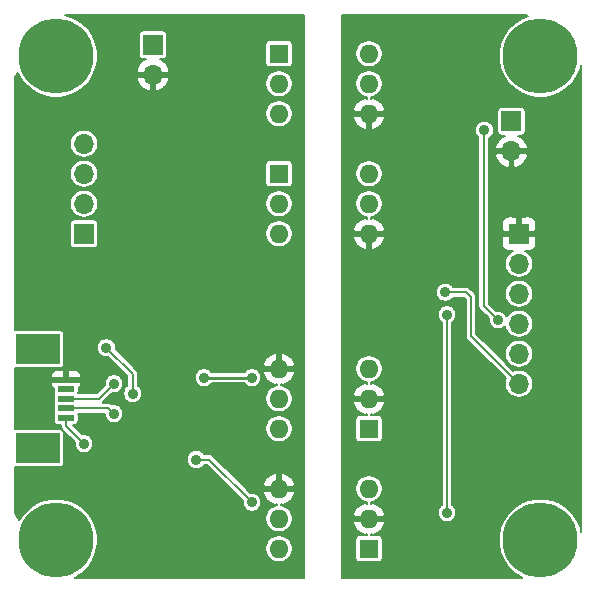
<source format=gbr>
G04 #@! TF.GenerationSoftware,KiCad,Pcbnew,(5.1.5)-3*
G04 #@! TF.CreationDate,2020-04-28T18:32:01-04:00*
G04 #@! TF.ProjectId,OptoUSB,4f70746f-5553-4422-9e6b-696361645f70,rev?*
G04 #@! TF.SameCoordinates,Original*
G04 #@! TF.FileFunction,Copper,L2,Bot*
G04 #@! TF.FilePolarity,Positive*
%FSLAX46Y46*%
G04 Gerber Fmt 4.6, Leading zero omitted, Abs format (unit mm)*
G04 Created by KiCad (PCBNEW (5.1.5)-3) date 2020-04-28 18:32:01*
%MOMM*%
%LPD*%
G04 APERTURE LIST*
%ADD10C,6.350000*%
%ADD11R,1.700000X1.700000*%
%ADD12O,1.700000X1.700000*%
%ADD13R,1.399540X0.500380*%
%ADD14R,3.799840X2.499360*%
%ADD15R,1.600000X1.600000*%
%ADD16O,1.600000X1.600000*%
%ADD17C,0.889000*%
%ADD18C,0.203200*%
%ADD19C,0.254000*%
G04 APERTURE END LIST*
D10*
X4000000Y-4000000D03*
X4000000Y-45000000D03*
X45000000Y-4000000D03*
X45000000Y-45000000D03*
D11*
X43180000Y-19050000D03*
D12*
X43180000Y-21590000D03*
X43180000Y-24130000D03*
X43180000Y-26670000D03*
X43180000Y-29210000D03*
X43180000Y-31750000D03*
D13*
X4831080Y-33020000D03*
X4831080Y-33820100D03*
X4831080Y-34620200D03*
X4831080Y-32219900D03*
X4831080Y-31419800D03*
D14*
X2430780Y-37221160D03*
X2430780Y-28818840D03*
D11*
X6350000Y-19050000D03*
D12*
X6350000Y-16510000D03*
X6350000Y-13970000D03*
X6350000Y-11430000D03*
D15*
X30480000Y-35560000D03*
D16*
X22860000Y-30480000D03*
X30480000Y-33020000D03*
X22860000Y-33020000D03*
X30480000Y-30480000D03*
X22860000Y-35560000D03*
D15*
X22860000Y-3810000D03*
D16*
X30480000Y-8890000D03*
X22860000Y-6350000D03*
X30480000Y-6350000D03*
X22860000Y-8890000D03*
X30480000Y-3810000D03*
D15*
X30480000Y-45720000D03*
D16*
X22860000Y-40640000D03*
X30480000Y-43180000D03*
X22860000Y-43180000D03*
X30480000Y-40640000D03*
X22860000Y-45720000D03*
D15*
X22860000Y-13970000D03*
D16*
X30480000Y-19050000D03*
X22860000Y-16510000D03*
X30480000Y-16510000D03*
X22860000Y-19050000D03*
X30480000Y-13970000D03*
D11*
X12192000Y-3048000D03*
D12*
X12192000Y-5588000D03*
D11*
X42545000Y-9525000D03*
D12*
X42545000Y-12065000D03*
D17*
X6350000Y-36830000D03*
X18796000Y-21336000D03*
X18796000Y-11176000D03*
X17843500Y-36893500D03*
X14033500Y-40640000D03*
X17653000Y-47053500D03*
X11049000Y-28829000D03*
X2540000Y-31750000D03*
X11938000Y-37084000D03*
X8890000Y-34290000D03*
X8890000Y-31750000D03*
X10477500Y-32575500D03*
X8255000Y-28702000D03*
X16510000Y-31242000D03*
X20574000Y-31242000D03*
X41402000Y-26352500D03*
X40259000Y-10287000D03*
X37084000Y-42672000D03*
X37084000Y-25908000D03*
X20574000Y-41783000D03*
X15875000Y-38163500D03*
X32500000Y-28000000D03*
X32500000Y-25500000D03*
X39116000Y-20574000D03*
X34290000Y-31496000D03*
X37846000Y-2286000D03*
X37719000Y-12446000D03*
X36957000Y-24003000D03*
D18*
X4831080Y-34620200D02*
X4831080Y-35311080D01*
X4831080Y-35311080D02*
X6350000Y-36830000D01*
X2870200Y-31419800D02*
X4831080Y-31419800D01*
X2540000Y-31750000D02*
X2870200Y-31419800D01*
X4831080Y-33820100D02*
X8420100Y-33820100D01*
X8420100Y-33820100D02*
X8890000Y-34290000D01*
X4831080Y-33020000D02*
X7620000Y-33020000D01*
X7620000Y-33020000D02*
X8890000Y-31750000D01*
X10477500Y-30924500D02*
X10477500Y-32575500D01*
X8255000Y-28702000D02*
X10477500Y-30924500D01*
D19*
X16510000Y-31242000D02*
X20574000Y-31242000D01*
D18*
X41402000Y-26352500D02*
X40195500Y-25146000D01*
X40195500Y-25146000D02*
X40195500Y-10350500D01*
X40195500Y-10350500D02*
X40259000Y-10287000D01*
X37084000Y-25908000D02*
X37084000Y-42672000D01*
X20574000Y-41783000D02*
X16954500Y-38163500D01*
X16954500Y-38163500D02*
X15875000Y-38163500D01*
X36957000Y-24003000D02*
X38735000Y-24003000D01*
X39116000Y-27686000D02*
X43180000Y-31750000D01*
X39116000Y-24384000D02*
X39116000Y-27686000D01*
X38735000Y-24003000D02*
X39116000Y-24384000D01*
G36*
X24984400Y-48168400D02*
G01*
X5576708Y-48168400D01*
X5672366Y-48128777D01*
X6250626Y-47742396D01*
X6742396Y-47250626D01*
X7128777Y-46672366D01*
X7394921Y-46029838D01*
X7479191Y-45606183D01*
X21704400Y-45606183D01*
X21704400Y-45833817D01*
X21748809Y-46057076D01*
X21835921Y-46267382D01*
X21962387Y-46456652D01*
X22123348Y-46617613D01*
X22312618Y-46744079D01*
X22522924Y-46831191D01*
X22746183Y-46875600D01*
X22973817Y-46875600D01*
X23197076Y-46831191D01*
X23407382Y-46744079D01*
X23596652Y-46617613D01*
X23757613Y-46456652D01*
X23884079Y-46267382D01*
X23971191Y-46057076D01*
X24015600Y-45833817D01*
X24015600Y-45606183D01*
X23971191Y-45382924D01*
X23884079Y-45172618D01*
X23757613Y-44983348D01*
X23596652Y-44822387D01*
X23407382Y-44695921D01*
X23197076Y-44608809D01*
X22973817Y-44564400D01*
X22746183Y-44564400D01*
X22522924Y-44608809D01*
X22312618Y-44695921D01*
X22123348Y-44822387D01*
X21962387Y-44983348D01*
X21835921Y-45172618D01*
X21748809Y-45382924D01*
X21704400Y-45606183D01*
X7479191Y-45606183D01*
X7530600Y-45347734D01*
X7530600Y-44652266D01*
X7394921Y-43970162D01*
X7128777Y-43327634D01*
X6742396Y-42749374D01*
X6250626Y-42257604D01*
X5672366Y-41871223D01*
X5029838Y-41605079D01*
X4347734Y-41469400D01*
X3652266Y-41469400D01*
X2970162Y-41605079D01*
X2327634Y-41871223D01*
X1749374Y-42257604D01*
X1257604Y-42749374D01*
X888000Y-43302525D01*
X546100Y-42732692D01*
X546100Y-38828160D01*
X4330700Y-38828160D01*
X4400410Y-38821294D01*
X4467440Y-38800961D01*
X4529216Y-38767941D01*
X4583363Y-38723503D01*
X4627801Y-38669356D01*
X4660821Y-38607580D01*
X4681154Y-38540550D01*
X4688020Y-38470840D01*
X4688020Y-38084697D01*
X15074900Y-38084697D01*
X15074900Y-38242303D01*
X15105648Y-38396880D01*
X15165961Y-38542489D01*
X15253522Y-38673534D01*
X15364966Y-38784978D01*
X15496011Y-38872539D01*
X15641620Y-38932852D01*
X15796197Y-38963600D01*
X15953803Y-38963600D01*
X16108380Y-38932852D01*
X16253989Y-38872539D01*
X16385034Y-38784978D01*
X16496478Y-38673534D01*
X16531780Y-38620700D01*
X16765123Y-38620700D01*
X19786297Y-41641875D01*
X19773900Y-41704197D01*
X19773900Y-41861803D01*
X19804648Y-42016380D01*
X19864961Y-42161989D01*
X19952522Y-42293034D01*
X20063966Y-42404478D01*
X20195011Y-42492039D01*
X20340620Y-42552352D01*
X20495197Y-42583100D01*
X20652803Y-42583100D01*
X20807380Y-42552352D01*
X20952989Y-42492039D01*
X21084034Y-42404478D01*
X21195478Y-42293034D01*
X21283039Y-42161989D01*
X21343352Y-42016380D01*
X21374100Y-41861803D01*
X21374100Y-41704197D01*
X21343352Y-41549620D01*
X21283039Y-41404011D01*
X21195478Y-41272966D01*
X21084034Y-41161522D01*
X20952989Y-41073961D01*
X20807380Y-41013648D01*
X20787739Y-41009741D01*
X21499756Y-41009741D01*
X21523577Y-41088285D01*
X21636712Y-41340395D01*
X21796857Y-41565589D01*
X21997858Y-41755213D01*
X22231991Y-41901980D01*
X22490258Y-42000250D01*
X22707598Y-41888944D01*
X22707598Y-42032075D01*
X22522924Y-42068809D01*
X22312618Y-42155921D01*
X22123348Y-42282387D01*
X21962387Y-42443348D01*
X21835921Y-42632618D01*
X21748809Y-42842924D01*
X21704400Y-43066183D01*
X21704400Y-43293817D01*
X21748809Y-43517076D01*
X21835921Y-43727382D01*
X21962387Y-43916652D01*
X22123348Y-44077613D01*
X22312618Y-44204079D01*
X22522924Y-44291191D01*
X22746183Y-44335600D01*
X22973817Y-44335600D01*
X23197076Y-44291191D01*
X23407382Y-44204079D01*
X23596652Y-44077613D01*
X23757613Y-43916652D01*
X23884079Y-43727382D01*
X23971191Y-43517076D01*
X24015600Y-43293817D01*
X24015600Y-43066183D01*
X23971191Y-42842924D01*
X23884079Y-42632618D01*
X23757613Y-42443348D01*
X23596652Y-42282387D01*
X23407382Y-42155921D01*
X23197076Y-42068809D01*
X23012402Y-42032075D01*
X23012402Y-41888944D01*
X23229742Y-42000250D01*
X23488009Y-41901980D01*
X23722142Y-41755213D01*
X23923143Y-41565589D01*
X24083288Y-41340395D01*
X24196423Y-41088285D01*
X24220244Y-41009741D01*
X24107929Y-40792400D01*
X23012400Y-40792400D01*
X23012400Y-40812400D01*
X22707600Y-40812400D01*
X22707600Y-40792400D01*
X21612071Y-40792400D01*
X21499756Y-41009741D01*
X20787739Y-41009741D01*
X20652803Y-40982900D01*
X20495197Y-40982900D01*
X20432875Y-40995297D01*
X19707837Y-40270259D01*
X21499756Y-40270259D01*
X21612071Y-40487600D01*
X22707600Y-40487600D01*
X22707600Y-39391057D01*
X23012400Y-39391057D01*
X23012400Y-40487600D01*
X24107929Y-40487600D01*
X24220244Y-40270259D01*
X24196423Y-40191715D01*
X24083288Y-39939605D01*
X23923143Y-39714411D01*
X23722142Y-39524787D01*
X23488009Y-39378020D01*
X23229742Y-39279750D01*
X23012400Y-39391057D01*
X22707600Y-39391057D01*
X22490258Y-39279750D01*
X22231991Y-39378020D01*
X21997858Y-39524787D01*
X21796857Y-39714411D01*
X21636712Y-39939605D01*
X21523577Y-40191715D01*
X21499756Y-40270259D01*
X19707837Y-40270259D01*
X17293674Y-37856097D01*
X17279353Y-37838647D01*
X17209736Y-37781513D01*
X17130309Y-37739059D01*
X17044127Y-37712915D01*
X16976960Y-37706300D01*
X16976950Y-37706300D01*
X16954500Y-37704089D01*
X16932050Y-37706300D01*
X16531780Y-37706300D01*
X16496478Y-37653466D01*
X16385034Y-37542022D01*
X16253989Y-37454461D01*
X16108380Y-37394148D01*
X15953803Y-37363400D01*
X15796197Y-37363400D01*
X15641620Y-37394148D01*
X15496011Y-37454461D01*
X15364966Y-37542022D01*
X15253522Y-37653466D01*
X15165961Y-37784511D01*
X15105648Y-37930120D01*
X15074900Y-38084697D01*
X4688020Y-38084697D01*
X4688020Y-35971480D01*
X4681154Y-35901770D01*
X4660821Y-35834740D01*
X4627801Y-35772964D01*
X4583363Y-35718817D01*
X4529216Y-35674379D01*
X4467440Y-35641359D01*
X4400410Y-35621026D01*
X4330700Y-35614160D01*
X546100Y-35614160D01*
X546100Y-31720790D01*
X3521710Y-31720790D01*
X3533743Y-31804640D01*
X3571494Y-31918632D01*
X3630758Y-32023069D01*
X3709258Y-32113938D01*
X3773990Y-32164379D01*
X3773990Y-32470090D01*
X3780856Y-32539800D01*
X3801189Y-32606830D01*
X3808202Y-32619950D01*
X3801189Y-32633070D01*
X3780856Y-32700100D01*
X3773990Y-32769810D01*
X3773990Y-33270190D01*
X3780856Y-33339900D01*
X3801189Y-33406930D01*
X3808202Y-33420050D01*
X3801189Y-33433170D01*
X3780856Y-33500200D01*
X3773990Y-33569910D01*
X3773990Y-34070290D01*
X3780856Y-34140000D01*
X3801189Y-34207030D01*
X3808202Y-34220150D01*
X3801189Y-34233270D01*
X3780856Y-34300300D01*
X3773990Y-34370010D01*
X3773990Y-34870390D01*
X3780856Y-34940100D01*
X3801189Y-35007130D01*
X3834209Y-35068906D01*
X3878647Y-35123053D01*
X3932794Y-35167491D01*
X3994570Y-35200511D01*
X4061600Y-35220844D01*
X4131310Y-35227710D01*
X4373881Y-35227710D01*
X4373881Y-35288621D01*
X4371669Y-35311080D01*
X4373881Y-35333540D01*
X4380496Y-35400707D01*
X4406640Y-35486889D01*
X4449094Y-35566316D01*
X4506228Y-35635933D01*
X4523673Y-35650250D01*
X5562297Y-36688875D01*
X5549900Y-36751197D01*
X5549900Y-36908803D01*
X5580648Y-37063380D01*
X5640961Y-37208989D01*
X5728522Y-37340034D01*
X5839966Y-37451478D01*
X5971011Y-37539039D01*
X6116620Y-37599352D01*
X6271197Y-37630100D01*
X6428803Y-37630100D01*
X6583380Y-37599352D01*
X6728989Y-37539039D01*
X6860034Y-37451478D01*
X6971478Y-37340034D01*
X7059039Y-37208989D01*
X7119352Y-37063380D01*
X7150100Y-36908803D01*
X7150100Y-36751197D01*
X7119352Y-36596620D01*
X7059039Y-36451011D01*
X6971478Y-36319966D01*
X6860034Y-36208522D01*
X6728989Y-36120961D01*
X6583380Y-36060648D01*
X6428803Y-36029900D01*
X6271197Y-36029900D01*
X6208875Y-36042297D01*
X5612761Y-35446183D01*
X21704400Y-35446183D01*
X21704400Y-35673817D01*
X21748809Y-35897076D01*
X21835921Y-36107382D01*
X21962387Y-36296652D01*
X22123348Y-36457613D01*
X22312618Y-36584079D01*
X22522924Y-36671191D01*
X22746183Y-36715600D01*
X22973817Y-36715600D01*
X23197076Y-36671191D01*
X23407382Y-36584079D01*
X23596652Y-36457613D01*
X23757613Y-36296652D01*
X23884079Y-36107382D01*
X23971191Y-35897076D01*
X24015600Y-35673817D01*
X24015600Y-35446183D01*
X23971191Y-35222924D01*
X23884079Y-35012618D01*
X23757613Y-34823348D01*
X23596652Y-34662387D01*
X23407382Y-34535921D01*
X23197076Y-34448809D01*
X22973817Y-34404400D01*
X22746183Y-34404400D01*
X22522924Y-34448809D01*
X22312618Y-34535921D01*
X22123348Y-34662387D01*
X21962387Y-34823348D01*
X21835921Y-35012618D01*
X21748809Y-35222924D01*
X21704400Y-35446183D01*
X5612761Y-35446183D01*
X5394287Y-35227710D01*
X5530850Y-35227710D01*
X5600560Y-35220844D01*
X5667590Y-35200511D01*
X5729366Y-35167491D01*
X5783513Y-35123053D01*
X5827951Y-35068906D01*
X5860971Y-35007130D01*
X5881304Y-34940100D01*
X5888170Y-34870390D01*
X5888170Y-34370010D01*
X5881304Y-34300300D01*
X5874327Y-34277300D01*
X8089900Y-34277300D01*
X8089900Y-34368803D01*
X8120648Y-34523380D01*
X8180961Y-34668989D01*
X8268522Y-34800034D01*
X8379966Y-34911478D01*
X8511011Y-34999039D01*
X8656620Y-35059352D01*
X8811197Y-35090100D01*
X8968803Y-35090100D01*
X9123380Y-35059352D01*
X9268989Y-34999039D01*
X9400034Y-34911478D01*
X9511478Y-34800034D01*
X9599039Y-34668989D01*
X9659352Y-34523380D01*
X9690100Y-34368803D01*
X9690100Y-34211197D01*
X9659352Y-34056620D01*
X9599039Y-33911011D01*
X9511478Y-33779966D01*
X9400034Y-33668522D01*
X9268989Y-33580961D01*
X9123380Y-33520648D01*
X8968803Y-33489900D01*
X8811197Y-33489900D01*
X8750477Y-33501978D01*
X8744953Y-33495247D01*
X8675336Y-33438113D01*
X8595909Y-33395659D01*
X8509727Y-33369515D01*
X8442560Y-33362900D01*
X8442550Y-33362900D01*
X8420100Y-33360689D01*
X8397650Y-33362900D01*
X7922863Y-33362900D01*
X7944853Y-33344853D01*
X7959174Y-33327403D01*
X8748875Y-32537703D01*
X8811197Y-32550100D01*
X8968803Y-32550100D01*
X9123380Y-32519352D01*
X9268989Y-32459039D01*
X9400034Y-32371478D01*
X9511478Y-32260034D01*
X9599039Y-32128989D01*
X9659352Y-31983380D01*
X9690100Y-31828803D01*
X9690100Y-31671197D01*
X9659352Y-31516620D01*
X9599039Y-31371011D01*
X9511478Y-31239966D01*
X9400034Y-31128522D01*
X9268989Y-31040961D01*
X9123380Y-30980648D01*
X8968803Y-30949900D01*
X8811197Y-30949900D01*
X8656620Y-30980648D01*
X8511011Y-31040961D01*
X8379966Y-31128522D01*
X8268522Y-31239966D01*
X8180961Y-31371011D01*
X8120648Y-31516620D01*
X8089900Y-31671197D01*
X8089900Y-31828803D01*
X8102297Y-31891125D01*
X7430623Y-32562800D01*
X5874327Y-32562800D01*
X5881304Y-32539800D01*
X5888170Y-32470090D01*
X5888170Y-32164379D01*
X5952902Y-32113938D01*
X6031402Y-32023069D01*
X6090666Y-31918632D01*
X6128417Y-31804640D01*
X6140450Y-31720790D01*
X5988050Y-31568390D01*
X4983480Y-31568390D01*
X4983480Y-31592200D01*
X4678680Y-31592200D01*
X4678680Y-31568390D01*
X3674110Y-31568390D01*
X3521710Y-31720790D01*
X546100Y-31720790D01*
X546100Y-31118810D01*
X3521710Y-31118810D01*
X3674110Y-31271210D01*
X4678680Y-31271210D01*
X4678680Y-30712410D01*
X4983480Y-30712410D01*
X4983480Y-31271210D01*
X5988050Y-31271210D01*
X6140450Y-31118810D01*
X6128417Y-31034960D01*
X6090666Y-30920968D01*
X6031402Y-30816531D01*
X5952902Y-30725662D01*
X5858182Y-30651854D01*
X5750883Y-30597943D01*
X5635129Y-30566001D01*
X5515367Y-30557256D01*
X5135880Y-30560010D01*
X4983480Y-30712410D01*
X4678680Y-30712410D01*
X4526280Y-30560010D01*
X4146793Y-30557256D01*
X4027031Y-30566001D01*
X3911277Y-30597943D01*
X3803978Y-30651854D01*
X3709258Y-30725662D01*
X3630758Y-30816531D01*
X3571494Y-30920968D01*
X3533743Y-31034960D01*
X3521710Y-31118810D01*
X546100Y-31118810D01*
X546100Y-30425840D01*
X4330700Y-30425840D01*
X4400410Y-30418974D01*
X4467440Y-30398641D01*
X4529216Y-30365621D01*
X4583363Y-30321183D01*
X4627801Y-30267036D01*
X4660821Y-30205260D01*
X4681154Y-30138230D01*
X4688020Y-30068520D01*
X4688020Y-28623197D01*
X7454900Y-28623197D01*
X7454900Y-28780803D01*
X7485648Y-28935380D01*
X7545961Y-29080989D01*
X7633522Y-29212034D01*
X7744966Y-29323478D01*
X7876011Y-29411039D01*
X8021620Y-29471352D01*
X8176197Y-29502100D01*
X8333803Y-29502100D01*
X8396126Y-29489703D01*
X10020300Y-31113879D01*
X10020301Y-31918719D01*
X9967466Y-31954022D01*
X9856022Y-32065466D01*
X9768461Y-32196511D01*
X9708148Y-32342120D01*
X9677400Y-32496697D01*
X9677400Y-32654303D01*
X9708148Y-32808880D01*
X9768461Y-32954489D01*
X9856022Y-33085534D01*
X9967466Y-33196978D01*
X10098511Y-33284539D01*
X10244120Y-33344852D01*
X10398697Y-33375600D01*
X10556303Y-33375600D01*
X10710880Y-33344852D01*
X10856489Y-33284539D01*
X10987534Y-33196978D01*
X11098978Y-33085534D01*
X11186539Y-32954489D01*
X11246852Y-32808880D01*
X11277600Y-32654303D01*
X11277600Y-32496697D01*
X11246852Y-32342120D01*
X11186539Y-32196511D01*
X11098978Y-32065466D01*
X10987534Y-31954022D01*
X10934700Y-31918720D01*
X10934700Y-31163197D01*
X15709900Y-31163197D01*
X15709900Y-31320803D01*
X15740648Y-31475380D01*
X15800961Y-31620989D01*
X15888522Y-31752034D01*
X15999966Y-31863478D01*
X16131011Y-31951039D01*
X16276620Y-32011352D01*
X16431197Y-32042100D01*
X16588803Y-32042100D01*
X16743380Y-32011352D01*
X16888989Y-31951039D01*
X17020034Y-31863478D01*
X17131478Y-31752034D01*
X17149809Y-31724600D01*
X19934191Y-31724600D01*
X19952522Y-31752034D01*
X20063966Y-31863478D01*
X20195011Y-31951039D01*
X20340620Y-32011352D01*
X20495197Y-32042100D01*
X20652803Y-32042100D01*
X20807380Y-32011352D01*
X20952989Y-31951039D01*
X21084034Y-31863478D01*
X21195478Y-31752034D01*
X21283039Y-31620989D01*
X21343352Y-31475380D01*
X21374100Y-31320803D01*
X21374100Y-31163197D01*
X21343352Y-31008620D01*
X21283039Y-30863011D01*
X21274173Y-30849741D01*
X21499756Y-30849741D01*
X21523577Y-30928285D01*
X21636712Y-31180395D01*
X21796857Y-31405589D01*
X21997858Y-31595213D01*
X22231991Y-31741980D01*
X22490258Y-31840250D01*
X22707598Y-31728944D01*
X22707598Y-31872075D01*
X22522924Y-31908809D01*
X22312618Y-31995921D01*
X22123348Y-32122387D01*
X21962387Y-32283348D01*
X21835921Y-32472618D01*
X21748809Y-32682924D01*
X21704400Y-32906183D01*
X21704400Y-33133817D01*
X21748809Y-33357076D01*
X21835921Y-33567382D01*
X21962387Y-33756652D01*
X22123348Y-33917613D01*
X22312618Y-34044079D01*
X22522924Y-34131191D01*
X22746183Y-34175600D01*
X22973817Y-34175600D01*
X23197076Y-34131191D01*
X23407382Y-34044079D01*
X23596652Y-33917613D01*
X23757613Y-33756652D01*
X23884079Y-33567382D01*
X23971191Y-33357076D01*
X24015600Y-33133817D01*
X24015600Y-32906183D01*
X23971191Y-32682924D01*
X23884079Y-32472618D01*
X23757613Y-32283348D01*
X23596652Y-32122387D01*
X23407382Y-31995921D01*
X23197076Y-31908809D01*
X23012402Y-31872075D01*
X23012402Y-31728944D01*
X23229742Y-31840250D01*
X23488009Y-31741980D01*
X23722142Y-31595213D01*
X23923143Y-31405589D01*
X24083288Y-31180395D01*
X24196423Y-30928285D01*
X24220244Y-30849741D01*
X24107929Y-30632400D01*
X23012400Y-30632400D01*
X23012400Y-30652400D01*
X22707600Y-30652400D01*
X22707600Y-30632400D01*
X21612071Y-30632400D01*
X21499756Y-30849741D01*
X21274173Y-30849741D01*
X21195478Y-30731966D01*
X21084034Y-30620522D01*
X20952989Y-30532961D01*
X20807380Y-30472648D01*
X20652803Y-30441900D01*
X20495197Y-30441900D01*
X20340620Y-30472648D01*
X20195011Y-30532961D01*
X20063966Y-30620522D01*
X19952522Y-30731966D01*
X19934191Y-30759400D01*
X17149809Y-30759400D01*
X17131478Y-30731966D01*
X17020034Y-30620522D01*
X16888989Y-30532961D01*
X16743380Y-30472648D01*
X16588803Y-30441900D01*
X16431197Y-30441900D01*
X16276620Y-30472648D01*
X16131011Y-30532961D01*
X15999966Y-30620522D01*
X15888522Y-30731966D01*
X15800961Y-30863011D01*
X15740648Y-31008620D01*
X15709900Y-31163197D01*
X10934700Y-31163197D01*
X10934700Y-30946950D01*
X10936911Y-30924500D01*
X10934700Y-30902050D01*
X10934700Y-30902040D01*
X10928085Y-30834873D01*
X10905190Y-30759400D01*
X10901941Y-30748690D01*
X10859487Y-30669264D01*
X10816671Y-30617092D01*
X10816665Y-30617086D01*
X10802353Y-30599647D01*
X10784915Y-30585336D01*
X10309838Y-30110259D01*
X21499756Y-30110259D01*
X21612071Y-30327600D01*
X22707600Y-30327600D01*
X22707600Y-29231057D01*
X23012400Y-29231057D01*
X23012400Y-30327600D01*
X24107929Y-30327600D01*
X24220244Y-30110259D01*
X24196423Y-30031715D01*
X24083288Y-29779605D01*
X23923143Y-29554411D01*
X23722142Y-29364787D01*
X23488009Y-29218020D01*
X23229742Y-29119750D01*
X23012400Y-29231057D01*
X22707600Y-29231057D01*
X22490258Y-29119750D01*
X22231991Y-29218020D01*
X21997858Y-29364787D01*
X21796857Y-29554411D01*
X21636712Y-29779605D01*
X21523577Y-30031715D01*
X21499756Y-30110259D01*
X10309838Y-30110259D01*
X9042703Y-28843126D01*
X9055100Y-28780803D01*
X9055100Y-28623197D01*
X9024352Y-28468620D01*
X8964039Y-28323011D01*
X8876478Y-28191966D01*
X8765034Y-28080522D01*
X8633989Y-27992961D01*
X8488380Y-27932648D01*
X8333803Y-27901900D01*
X8176197Y-27901900D01*
X8021620Y-27932648D01*
X7876011Y-27992961D01*
X7744966Y-28080522D01*
X7633522Y-28191966D01*
X7545961Y-28323011D01*
X7485648Y-28468620D01*
X7454900Y-28623197D01*
X4688020Y-28623197D01*
X4688020Y-27569160D01*
X4681154Y-27499450D01*
X4660821Y-27432420D01*
X4627801Y-27370644D01*
X4583363Y-27316497D01*
X4529216Y-27272059D01*
X4467440Y-27239039D01*
X4400410Y-27218706D01*
X4330700Y-27211840D01*
X546100Y-27211840D01*
X546100Y-18200000D01*
X5142680Y-18200000D01*
X5142680Y-19900000D01*
X5149546Y-19969710D01*
X5169879Y-20036740D01*
X5202899Y-20098516D01*
X5247337Y-20152663D01*
X5301484Y-20197101D01*
X5363260Y-20230121D01*
X5430290Y-20250454D01*
X5500000Y-20257320D01*
X7200000Y-20257320D01*
X7269710Y-20250454D01*
X7336740Y-20230121D01*
X7398516Y-20197101D01*
X7452663Y-20152663D01*
X7497101Y-20098516D01*
X7530121Y-20036740D01*
X7550454Y-19969710D01*
X7557320Y-19900000D01*
X7557320Y-18936183D01*
X21704400Y-18936183D01*
X21704400Y-19163817D01*
X21748809Y-19387076D01*
X21835921Y-19597382D01*
X21962387Y-19786652D01*
X22123348Y-19947613D01*
X22312618Y-20074079D01*
X22522924Y-20161191D01*
X22746183Y-20205600D01*
X22973817Y-20205600D01*
X23197076Y-20161191D01*
X23407382Y-20074079D01*
X23596652Y-19947613D01*
X23757613Y-19786652D01*
X23884079Y-19597382D01*
X23971191Y-19387076D01*
X24015600Y-19163817D01*
X24015600Y-18936183D01*
X23971191Y-18712924D01*
X23884079Y-18502618D01*
X23757613Y-18313348D01*
X23596652Y-18152387D01*
X23407382Y-18025921D01*
X23197076Y-17938809D01*
X22973817Y-17894400D01*
X22746183Y-17894400D01*
X22522924Y-17938809D01*
X22312618Y-18025921D01*
X22123348Y-18152387D01*
X21962387Y-18313348D01*
X21835921Y-18502618D01*
X21748809Y-18712924D01*
X21704400Y-18936183D01*
X7557320Y-18936183D01*
X7557320Y-18200000D01*
X7550454Y-18130290D01*
X7530121Y-18063260D01*
X7497101Y-18001484D01*
X7452663Y-17947337D01*
X7398516Y-17902899D01*
X7336740Y-17869879D01*
X7269710Y-17849546D01*
X7200000Y-17842680D01*
X5500000Y-17842680D01*
X5430290Y-17849546D01*
X5363260Y-17869879D01*
X5301484Y-17902899D01*
X5247337Y-17947337D01*
X5202899Y-18001484D01*
X5169879Y-18063260D01*
X5149546Y-18130290D01*
X5142680Y-18200000D01*
X546100Y-18200000D01*
X546100Y-16391259D01*
X5144400Y-16391259D01*
X5144400Y-16628741D01*
X5190731Y-16861660D01*
X5281611Y-17081066D01*
X5413550Y-17278525D01*
X5581475Y-17446450D01*
X5778934Y-17578389D01*
X5998340Y-17669269D01*
X6231259Y-17715600D01*
X6468741Y-17715600D01*
X6701660Y-17669269D01*
X6921066Y-17578389D01*
X7118525Y-17446450D01*
X7286450Y-17278525D01*
X7418389Y-17081066D01*
X7509269Y-16861660D01*
X7555600Y-16628741D01*
X7555600Y-16396183D01*
X21704400Y-16396183D01*
X21704400Y-16623817D01*
X21748809Y-16847076D01*
X21835921Y-17057382D01*
X21962387Y-17246652D01*
X22123348Y-17407613D01*
X22312618Y-17534079D01*
X22522924Y-17621191D01*
X22746183Y-17665600D01*
X22973817Y-17665600D01*
X23197076Y-17621191D01*
X23407382Y-17534079D01*
X23596652Y-17407613D01*
X23757613Y-17246652D01*
X23884079Y-17057382D01*
X23971191Y-16847076D01*
X24015600Y-16623817D01*
X24015600Y-16396183D01*
X23971191Y-16172924D01*
X23884079Y-15962618D01*
X23757613Y-15773348D01*
X23596652Y-15612387D01*
X23407382Y-15485921D01*
X23197076Y-15398809D01*
X22973817Y-15354400D01*
X22746183Y-15354400D01*
X22522924Y-15398809D01*
X22312618Y-15485921D01*
X22123348Y-15612387D01*
X21962387Y-15773348D01*
X21835921Y-15962618D01*
X21748809Y-16172924D01*
X21704400Y-16396183D01*
X7555600Y-16396183D01*
X7555600Y-16391259D01*
X7509269Y-16158340D01*
X7418389Y-15938934D01*
X7286450Y-15741475D01*
X7118525Y-15573550D01*
X6921066Y-15441611D01*
X6701660Y-15350731D01*
X6468741Y-15304400D01*
X6231259Y-15304400D01*
X5998340Y-15350731D01*
X5778934Y-15441611D01*
X5581475Y-15573550D01*
X5413550Y-15741475D01*
X5281611Y-15938934D01*
X5190731Y-16158340D01*
X5144400Y-16391259D01*
X546100Y-16391259D01*
X546100Y-13851259D01*
X5144400Y-13851259D01*
X5144400Y-14088741D01*
X5190731Y-14321660D01*
X5281611Y-14541066D01*
X5413550Y-14738525D01*
X5581475Y-14906450D01*
X5778934Y-15038389D01*
X5998340Y-15129269D01*
X6231259Y-15175600D01*
X6468741Y-15175600D01*
X6701660Y-15129269D01*
X6921066Y-15038389D01*
X7118525Y-14906450D01*
X7286450Y-14738525D01*
X7418389Y-14541066D01*
X7509269Y-14321660D01*
X7555600Y-14088741D01*
X7555600Y-13851259D01*
X7509269Y-13618340D01*
X7418389Y-13398934D01*
X7286450Y-13201475D01*
X7254975Y-13170000D01*
X21702680Y-13170000D01*
X21702680Y-14770000D01*
X21709546Y-14839710D01*
X21729879Y-14906740D01*
X21762899Y-14968516D01*
X21807337Y-15022663D01*
X21861484Y-15067101D01*
X21923260Y-15100121D01*
X21990290Y-15120454D01*
X22060000Y-15127320D01*
X23660000Y-15127320D01*
X23729710Y-15120454D01*
X23796740Y-15100121D01*
X23858516Y-15067101D01*
X23912663Y-15022663D01*
X23957101Y-14968516D01*
X23990121Y-14906740D01*
X24010454Y-14839710D01*
X24017320Y-14770000D01*
X24017320Y-13170000D01*
X24010454Y-13100290D01*
X23990121Y-13033260D01*
X23957101Y-12971484D01*
X23912663Y-12917337D01*
X23858516Y-12872899D01*
X23796740Y-12839879D01*
X23729710Y-12819546D01*
X23660000Y-12812680D01*
X22060000Y-12812680D01*
X21990290Y-12819546D01*
X21923260Y-12839879D01*
X21861484Y-12872899D01*
X21807337Y-12917337D01*
X21762899Y-12971484D01*
X21729879Y-13033260D01*
X21709546Y-13100290D01*
X21702680Y-13170000D01*
X7254975Y-13170000D01*
X7118525Y-13033550D01*
X6921066Y-12901611D01*
X6701660Y-12810731D01*
X6468741Y-12764400D01*
X6231259Y-12764400D01*
X5998340Y-12810731D01*
X5778934Y-12901611D01*
X5581475Y-13033550D01*
X5413550Y-13201475D01*
X5281611Y-13398934D01*
X5190731Y-13618340D01*
X5144400Y-13851259D01*
X546100Y-13851259D01*
X546100Y-11311259D01*
X5144400Y-11311259D01*
X5144400Y-11548741D01*
X5190731Y-11781660D01*
X5281611Y-12001066D01*
X5413550Y-12198525D01*
X5581475Y-12366450D01*
X5778934Y-12498389D01*
X5998340Y-12589269D01*
X6231259Y-12635600D01*
X6468741Y-12635600D01*
X6701660Y-12589269D01*
X6921066Y-12498389D01*
X7118525Y-12366450D01*
X7286450Y-12198525D01*
X7418389Y-12001066D01*
X7509269Y-11781660D01*
X7555600Y-11548741D01*
X7555600Y-11311259D01*
X7509269Y-11078340D01*
X7418389Y-10858934D01*
X7286450Y-10661475D01*
X7118525Y-10493550D01*
X6921066Y-10361611D01*
X6701660Y-10270731D01*
X6468741Y-10224400D01*
X6231259Y-10224400D01*
X5998340Y-10270731D01*
X5778934Y-10361611D01*
X5581475Y-10493550D01*
X5413550Y-10661475D01*
X5281611Y-10858934D01*
X5190731Y-11078340D01*
X5144400Y-11311259D01*
X546100Y-11311259D01*
X546100Y-8776183D01*
X21704400Y-8776183D01*
X21704400Y-9003817D01*
X21748809Y-9227076D01*
X21835921Y-9437382D01*
X21962387Y-9626652D01*
X22123348Y-9787613D01*
X22312618Y-9914079D01*
X22522924Y-10001191D01*
X22746183Y-10045600D01*
X22973817Y-10045600D01*
X23197076Y-10001191D01*
X23407382Y-9914079D01*
X23596652Y-9787613D01*
X23757613Y-9626652D01*
X23884079Y-9437382D01*
X23971191Y-9227076D01*
X24015600Y-9003817D01*
X24015600Y-8776183D01*
X23971191Y-8552924D01*
X23884079Y-8342618D01*
X23757613Y-8153348D01*
X23596652Y-7992387D01*
X23407382Y-7865921D01*
X23197076Y-7778809D01*
X22973817Y-7734400D01*
X22746183Y-7734400D01*
X22522924Y-7778809D01*
X22312618Y-7865921D01*
X22123348Y-7992387D01*
X21962387Y-8153348D01*
X21835921Y-8342618D01*
X21748809Y-8552924D01*
X21704400Y-8776183D01*
X546100Y-8776183D01*
X546100Y-5765014D01*
X785596Y-5465644D01*
X871223Y-5672366D01*
X1257604Y-6250626D01*
X1749374Y-6742396D01*
X2327634Y-7128777D01*
X2970162Y-7394921D01*
X3652266Y-7530600D01*
X4347734Y-7530600D01*
X5029838Y-7394921D01*
X5672366Y-7128777D01*
X6250626Y-6742396D01*
X6742396Y-6250626D01*
X6932839Y-5965607D01*
X10782090Y-5965607D01*
X10809911Y-6057338D01*
X10928031Y-6317952D01*
X11094724Y-6550514D01*
X11303585Y-6746087D01*
X11546587Y-6897156D01*
X11814392Y-6997915D01*
X12039600Y-6887228D01*
X12039600Y-5740400D01*
X12344400Y-5740400D01*
X12344400Y-6887228D01*
X12569608Y-6997915D01*
X12837413Y-6897156D01*
X13080415Y-6746087D01*
X13289276Y-6550514D01*
X13455969Y-6317952D01*
X13493029Y-6236183D01*
X21704400Y-6236183D01*
X21704400Y-6463817D01*
X21748809Y-6687076D01*
X21835921Y-6897382D01*
X21962387Y-7086652D01*
X22123348Y-7247613D01*
X22312618Y-7374079D01*
X22522924Y-7461191D01*
X22746183Y-7505600D01*
X22973817Y-7505600D01*
X23197076Y-7461191D01*
X23407382Y-7374079D01*
X23596652Y-7247613D01*
X23757613Y-7086652D01*
X23884079Y-6897382D01*
X23971191Y-6687076D01*
X24015600Y-6463817D01*
X24015600Y-6236183D01*
X23971191Y-6012924D01*
X23884079Y-5802618D01*
X23757613Y-5613348D01*
X23596652Y-5452387D01*
X23407382Y-5325921D01*
X23197076Y-5238809D01*
X22973817Y-5194400D01*
X22746183Y-5194400D01*
X22522924Y-5238809D01*
X22312618Y-5325921D01*
X22123348Y-5452387D01*
X21962387Y-5613348D01*
X21835921Y-5802618D01*
X21748809Y-6012924D01*
X21704400Y-6236183D01*
X13493029Y-6236183D01*
X13574089Y-6057338D01*
X13601910Y-5965607D01*
X13490286Y-5740400D01*
X12344400Y-5740400D01*
X12039600Y-5740400D01*
X10893714Y-5740400D01*
X10782090Y-5965607D01*
X6932839Y-5965607D01*
X7128777Y-5672366D01*
X7320132Y-5210393D01*
X10782090Y-5210393D01*
X10893714Y-5435600D01*
X12039600Y-5435600D01*
X12039600Y-5415600D01*
X12344400Y-5415600D01*
X12344400Y-5435600D01*
X13490286Y-5435600D01*
X13601910Y-5210393D01*
X13574089Y-5118662D01*
X13455969Y-4858048D01*
X13289276Y-4625486D01*
X13080415Y-4429913D01*
X12837413Y-4278844D01*
X12774889Y-4255320D01*
X13042000Y-4255320D01*
X13111710Y-4248454D01*
X13178740Y-4228121D01*
X13240516Y-4195101D01*
X13294663Y-4150663D01*
X13339101Y-4096516D01*
X13372121Y-4034740D01*
X13392454Y-3967710D01*
X13399320Y-3898000D01*
X13399320Y-3010000D01*
X21702680Y-3010000D01*
X21702680Y-4610000D01*
X21709546Y-4679710D01*
X21729879Y-4746740D01*
X21762899Y-4808516D01*
X21807337Y-4862663D01*
X21861484Y-4907101D01*
X21923260Y-4940121D01*
X21990290Y-4960454D01*
X22060000Y-4967320D01*
X23660000Y-4967320D01*
X23729710Y-4960454D01*
X23796740Y-4940121D01*
X23858516Y-4907101D01*
X23912663Y-4862663D01*
X23957101Y-4808516D01*
X23990121Y-4746740D01*
X24010454Y-4679710D01*
X24017320Y-4610000D01*
X24017320Y-3010000D01*
X24010454Y-2940290D01*
X23990121Y-2873260D01*
X23957101Y-2811484D01*
X23912663Y-2757337D01*
X23858516Y-2712899D01*
X23796740Y-2679879D01*
X23729710Y-2659546D01*
X23660000Y-2652680D01*
X22060000Y-2652680D01*
X21990290Y-2659546D01*
X21923260Y-2679879D01*
X21861484Y-2712899D01*
X21807337Y-2757337D01*
X21762899Y-2811484D01*
X21729879Y-2873260D01*
X21709546Y-2940290D01*
X21702680Y-3010000D01*
X13399320Y-3010000D01*
X13399320Y-2198000D01*
X13392454Y-2128290D01*
X13372121Y-2061260D01*
X13339101Y-1999484D01*
X13294663Y-1945337D01*
X13240516Y-1900899D01*
X13178740Y-1867879D01*
X13111710Y-1847546D01*
X13042000Y-1840680D01*
X11342000Y-1840680D01*
X11272290Y-1847546D01*
X11205260Y-1867879D01*
X11143484Y-1900899D01*
X11089337Y-1945337D01*
X11044899Y-1999484D01*
X11011879Y-2061260D01*
X10991546Y-2128290D01*
X10984680Y-2198000D01*
X10984680Y-3898000D01*
X10991546Y-3967710D01*
X11011879Y-4034740D01*
X11044899Y-4096516D01*
X11089337Y-4150663D01*
X11143484Y-4195101D01*
X11205260Y-4228121D01*
X11272290Y-4248454D01*
X11342000Y-4255320D01*
X11609111Y-4255320D01*
X11546587Y-4278844D01*
X11303585Y-4429913D01*
X11094724Y-4625486D01*
X10928031Y-4858048D01*
X10809911Y-5118662D01*
X10782090Y-5210393D01*
X7320132Y-5210393D01*
X7394921Y-5029838D01*
X7530600Y-4347734D01*
X7530600Y-3652266D01*
X7394921Y-2970162D01*
X7128777Y-2327634D01*
X6742396Y-1749374D01*
X6250626Y-1257604D01*
X5672366Y-871223D01*
X5029838Y-605079D01*
X4733331Y-546100D01*
X24984400Y-546100D01*
X24984400Y-48168400D01*
G37*
X24984400Y-48168400D02*
X5576708Y-48168400D01*
X5672366Y-48128777D01*
X6250626Y-47742396D01*
X6742396Y-47250626D01*
X7128777Y-46672366D01*
X7394921Y-46029838D01*
X7479191Y-45606183D01*
X21704400Y-45606183D01*
X21704400Y-45833817D01*
X21748809Y-46057076D01*
X21835921Y-46267382D01*
X21962387Y-46456652D01*
X22123348Y-46617613D01*
X22312618Y-46744079D01*
X22522924Y-46831191D01*
X22746183Y-46875600D01*
X22973817Y-46875600D01*
X23197076Y-46831191D01*
X23407382Y-46744079D01*
X23596652Y-46617613D01*
X23757613Y-46456652D01*
X23884079Y-46267382D01*
X23971191Y-46057076D01*
X24015600Y-45833817D01*
X24015600Y-45606183D01*
X23971191Y-45382924D01*
X23884079Y-45172618D01*
X23757613Y-44983348D01*
X23596652Y-44822387D01*
X23407382Y-44695921D01*
X23197076Y-44608809D01*
X22973817Y-44564400D01*
X22746183Y-44564400D01*
X22522924Y-44608809D01*
X22312618Y-44695921D01*
X22123348Y-44822387D01*
X21962387Y-44983348D01*
X21835921Y-45172618D01*
X21748809Y-45382924D01*
X21704400Y-45606183D01*
X7479191Y-45606183D01*
X7530600Y-45347734D01*
X7530600Y-44652266D01*
X7394921Y-43970162D01*
X7128777Y-43327634D01*
X6742396Y-42749374D01*
X6250626Y-42257604D01*
X5672366Y-41871223D01*
X5029838Y-41605079D01*
X4347734Y-41469400D01*
X3652266Y-41469400D01*
X2970162Y-41605079D01*
X2327634Y-41871223D01*
X1749374Y-42257604D01*
X1257604Y-42749374D01*
X888000Y-43302525D01*
X546100Y-42732692D01*
X546100Y-38828160D01*
X4330700Y-38828160D01*
X4400410Y-38821294D01*
X4467440Y-38800961D01*
X4529216Y-38767941D01*
X4583363Y-38723503D01*
X4627801Y-38669356D01*
X4660821Y-38607580D01*
X4681154Y-38540550D01*
X4688020Y-38470840D01*
X4688020Y-38084697D01*
X15074900Y-38084697D01*
X15074900Y-38242303D01*
X15105648Y-38396880D01*
X15165961Y-38542489D01*
X15253522Y-38673534D01*
X15364966Y-38784978D01*
X15496011Y-38872539D01*
X15641620Y-38932852D01*
X15796197Y-38963600D01*
X15953803Y-38963600D01*
X16108380Y-38932852D01*
X16253989Y-38872539D01*
X16385034Y-38784978D01*
X16496478Y-38673534D01*
X16531780Y-38620700D01*
X16765123Y-38620700D01*
X19786297Y-41641875D01*
X19773900Y-41704197D01*
X19773900Y-41861803D01*
X19804648Y-42016380D01*
X19864961Y-42161989D01*
X19952522Y-42293034D01*
X20063966Y-42404478D01*
X20195011Y-42492039D01*
X20340620Y-42552352D01*
X20495197Y-42583100D01*
X20652803Y-42583100D01*
X20807380Y-42552352D01*
X20952989Y-42492039D01*
X21084034Y-42404478D01*
X21195478Y-42293034D01*
X21283039Y-42161989D01*
X21343352Y-42016380D01*
X21374100Y-41861803D01*
X21374100Y-41704197D01*
X21343352Y-41549620D01*
X21283039Y-41404011D01*
X21195478Y-41272966D01*
X21084034Y-41161522D01*
X20952989Y-41073961D01*
X20807380Y-41013648D01*
X20787739Y-41009741D01*
X21499756Y-41009741D01*
X21523577Y-41088285D01*
X21636712Y-41340395D01*
X21796857Y-41565589D01*
X21997858Y-41755213D01*
X22231991Y-41901980D01*
X22490258Y-42000250D01*
X22707598Y-41888944D01*
X22707598Y-42032075D01*
X22522924Y-42068809D01*
X22312618Y-42155921D01*
X22123348Y-42282387D01*
X21962387Y-42443348D01*
X21835921Y-42632618D01*
X21748809Y-42842924D01*
X21704400Y-43066183D01*
X21704400Y-43293817D01*
X21748809Y-43517076D01*
X21835921Y-43727382D01*
X21962387Y-43916652D01*
X22123348Y-44077613D01*
X22312618Y-44204079D01*
X22522924Y-44291191D01*
X22746183Y-44335600D01*
X22973817Y-44335600D01*
X23197076Y-44291191D01*
X23407382Y-44204079D01*
X23596652Y-44077613D01*
X23757613Y-43916652D01*
X23884079Y-43727382D01*
X23971191Y-43517076D01*
X24015600Y-43293817D01*
X24015600Y-43066183D01*
X23971191Y-42842924D01*
X23884079Y-42632618D01*
X23757613Y-42443348D01*
X23596652Y-42282387D01*
X23407382Y-42155921D01*
X23197076Y-42068809D01*
X23012402Y-42032075D01*
X23012402Y-41888944D01*
X23229742Y-42000250D01*
X23488009Y-41901980D01*
X23722142Y-41755213D01*
X23923143Y-41565589D01*
X24083288Y-41340395D01*
X24196423Y-41088285D01*
X24220244Y-41009741D01*
X24107929Y-40792400D01*
X23012400Y-40792400D01*
X23012400Y-40812400D01*
X22707600Y-40812400D01*
X22707600Y-40792400D01*
X21612071Y-40792400D01*
X21499756Y-41009741D01*
X20787739Y-41009741D01*
X20652803Y-40982900D01*
X20495197Y-40982900D01*
X20432875Y-40995297D01*
X19707837Y-40270259D01*
X21499756Y-40270259D01*
X21612071Y-40487600D01*
X22707600Y-40487600D01*
X22707600Y-39391057D01*
X23012400Y-39391057D01*
X23012400Y-40487600D01*
X24107929Y-40487600D01*
X24220244Y-40270259D01*
X24196423Y-40191715D01*
X24083288Y-39939605D01*
X23923143Y-39714411D01*
X23722142Y-39524787D01*
X23488009Y-39378020D01*
X23229742Y-39279750D01*
X23012400Y-39391057D01*
X22707600Y-39391057D01*
X22490258Y-39279750D01*
X22231991Y-39378020D01*
X21997858Y-39524787D01*
X21796857Y-39714411D01*
X21636712Y-39939605D01*
X21523577Y-40191715D01*
X21499756Y-40270259D01*
X19707837Y-40270259D01*
X17293674Y-37856097D01*
X17279353Y-37838647D01*
X17209736Y-37781513D01*
X17130309Y-37739059D01*
X17044127Y-37712915D01*
X16976960Y-37706300D01*
X16976950Y-37706300D01*
X16954500Y-37704089D01*
X16932050Y-37706300D01*
X16531780Y-37706300D01*
X16496478Y-37653466D01*
X16385034Y-37542022D01*
X16253989Y-37454461D01*
X16108380Y-37394148D01*
X15953803Y-37363400D01*
X15796197Y-37363400D01*
X15641620Y-37394148D01*
X15496011Y-37454461D01*
X15364966Y-37542022D01*
X15253522Y-37653466D01*
X15165961Y-37784511D01*
X15105648Y-37930120D01*
X15074900Y-38084697D01*
X4688020Y-38084697D01*
X4688020Y-35971480D01*
X4681154Y-35901770D01*
X4660821Y-35834740D01*
X4627801Y-35772964D01*
X4583363Y-35718817D01*
X4529216Y-35674379D01*
X4467440Y-35641359D01*
X4400410Y-35621026D01*
X4330700Y-35614160D01*
X546100Y-35614160D01*
X546100Y-31720790D01*
X3521710Y-31720790D01*
X3533743Y-31804640D01*
X3571494Y-31918632D01*
X3630758Y-32023069D01*
X3709258Y-32113938D01*
X3773990Y-32164379D01*
X3773990Y-32470090D01*
X3780856Y-32539800D01*
X3801189Y-32606830D01*
X3808202Y-32619950D01*
X3801189Y-32633070D01*
X3780856Y-32700100D01*
X3773990Y-32769810D01*
X3773990Y-33270190D01*
X3780856Y-33339900D01*
X3801189Y-33406930D01*
X3808202Y-33420050D01*
X3801189Y-33433170D01*
X3780856Y-33500200D01*
X3773990Y-33569910D01*
X3773990Y-34070290D01*
X3780856Y-34140000D01*
X3801189Y-34207030D01*
X3808202Y-34220150D01*
X3801189Y-34233270D01*
X3780856Y-34300300D01*
X3773990Y-34370010D01*
X3773990Y-34870390D01*
X3780856Y-34940100D01*
X3801189Y-35007130D01*
X3834209Y-35068906D01*
X3878647Y-35123053D01*
X3932794Y-35167491D01*
X3994570Y-35200511D01*
X4061600Y-35220844D01*
X4131310Y-35227710D01*
X4373881Y-35227710D01*
X4373881Y-35288621D01*
X4371669Y-35311080D01*
X4373881Y-35333540D01*
X4380496Y-35400707D01*
X4406640Y-35486889D01*
X4449094Y-35566316D01*
X4506228Y-35635933D01*
X4523673Y-35650250D01*
X5562297Y-36688875D01*
X5549900Y-36751197D01*
X5549900Y-36908803D01*
X5580648Y-37063380D01*
X5640961Y-37208989D01*
X5728522Y-37340034D01*
X5839966Y-37451478D01*
X5971011Y-37539039D01*
X6116620Y-37599352D01*
X6271197Y-37630100D01*
X6428803Y-37630100D01*
X6583380Y-37599352D01*
X6728989Y-37539039D01*
X6860034Y-37451478D01*
X6971478Y-37340034D01*
X7059039Y-37208989D01*
X7119352Y-37063380D01*
X7150100Y-36908803D01*
X7150100Y-36751197D01*
X7119352Y-36596620D01*
X7059039Y-36451011D01*
X6971478Y-36319966D01*
X6860034Y-36208522D01*
X6728989Y-36120961D01*
X6583380Y-36060648D01*
X6428803Y-36029900D01*
X6271197Y-36029900D01*
X6208875Y-36042297D01*
X5612761Y-35446183D01*
X21704400Y-35446183D01*
X21704400Y-35673817D01*
X21748809Y-35897076D01*
X21835921Y-36107382D01*
X21962387Y-36296652D01*
X22123348Y-36457613D01*
X22312618Y-36584079D01*
X22522924Y-36671191D01*
X22746183Y-36715600D01*
X22973817Y-36715600D01*
X23197076Y-36671191D01*
X23407382Y-36584079D01*
X23596652Y-36457613D01*
X23757613Y-36296652D01*
X23884079Y-36107382D01*
X23971191Y-35897076D01*
X24015600Y-35673817D01*
X24015600Y-35446183D01*
X23971191Y-35222924D01*
X23884079Y-35012618D01*
X23757613Y-34823348D01*
X23596652Y-34662387D01*
X23407382Y-34535921D01*
X23197076Y-34448809D01*
X22973817Y-34404400D01*
X22746183Y-34404400D01*
X22522924Y-34448809D01*
X22312618Y-34535921D01*
X22123348Y-34662387D01*
X21962387Y-34823348D01*
X21835921Y-35012618D01*
X21748809Y-35222924D01*
X21704400Y-35446183D01*
X5612761Y-35446183D01*
X5394287Y-35227710D01*
X5530850Y-35227710D01*
X5600560Y-35220844D01*
X5667590Y-35200511D01*
X5729366Y-35167491D01*
X5783513Y-35123053D01*
X5827951Y-35068906D01*
X5860971Y-35007130D01*
X5881304Y-34940100D01*
X5888170Y-34870390D01*
X5888170Y-34370010D01*
X5881304Y-34300300D01*
X5874327Y-34277300D01*
X8089900Y-34277300D01*
X8089900Y-34368803D01*
X8120648Y-34523380D01*
X8180961Y-34668989D01*
X8268522Y-34800034D01*
X8379966Y-34911478D01*
X8511011Y-34999039D01*
X8656620Y-35059352D01*
X8811197Y-35090100D01*
X8968803Y-35090100D01*
X9123380Y-35059352D01*
X9268989Y-34999039D01*
X9400034Y-34911478D01*
X9511478Y-34800034D01*
X9599039Y-34668989D01*
X9659352Y-34523380D01*
X9690100Y-34368803D01*
X9690100Y-34211197D01*
X9659352Y-34056620D01*
X9599039Y-33911011D01*
X9511478Y-33779966D01*
X9400034Y-33668522D01*
X9268989Y-33580961D01*
X9123380Y-33520648D01*
X8968803Y-33489900D01*
X8811197Y-33489900D01*
X8750477Y-33501978D01*
X8744953Y-33495247D01*
X8675336Y-33438113D01*
X8595909Y-33395659D01*
X8509727Y-33369515D01*
X8442560Y-33362900D01*
X8442550Y-33362900D01*
X8420100Y-33360689D01*
X8397650Y-33362900D01*
X7922863Y-33362900D01*
X7944853Y-33344853D01*
X7959174Y-33327403D01*
X8748875Y-32537703D01*
X8811197Y-32550100D01*
X8968803Y-32550100D01*
X9123380Y-32519352D01*
X9268989Y-32459039D01*
X9400034Y-32371478D01*
X9511478Y-32260034D01*
X9599039Y-32128989D01*
X9659352Y-31983380D01*
X9690100Y-31828803D01*
X9690100Y-31671197D01*
X9659352Y-31516620D01*
X9599039Y-31371011D01*
X9511478Y-31239966D01*
X9400034Y-31128522D01*
X9268989Y-31040961D01*
X9123380Y-30980648D01*
X8968803Y-30949900D01*
X8811197Y-30949900D01*
X8656620Y-30980648D01*
X8511011Y-31040961D01*
X8379966Y-31128522D01*
X8268522Y-31239966D01*
X8180961Y-31371011D01*
X8120648Y-31516620D01*
X8089900Y-31671197D01*
X8089900Y-31828803D01*
X8102297Y-31891125D01*
X7430623Y-32562800D01*
X5874327Y-32562800D01*
X5881304Y-32539800D01*
X5888170Y-32470090D01*
X5888170Y-32164379D01*
X5952902Y-32113938D01*
X6031402Y-32023069D01*
X6090666Y-31918632D01*
X6128417Y-31804640D01*
X6140450Y-31720790D01*
X5988050Y-31568390D01*
X4983480Y-31568390D01*
X4983480Y-31592200D01*
X4678680Y-31592200D01*
X4678680Y-31568390D01*
X3674110Y-31568390D01*
X3521710Y-31720790D01*
X546100Y-31720790D01*
X546100Y-31118810D01*
X3521710Y-31118810D01*
X3674110Y-31271210D01*
X4678680Y-31271210D01*
X4678680Y-30712410D01*
X4983480Y-30712410D01*
X4983480Y-31271210D01*
X5988050Y-31271210D01*
X6140450Y-31118810D01*
X6128417Y-31034960D01*
X6090666Y-30920968D01*
X6031402Y-30816531D01*
X5952902Y-30725662D01*
X5858182Y-30651854D01*
X5750883Y-30597943D01*
X5635129Y-30566001D01*
X5515367Y-30557256D01*
X5135880Y-30560010D01*
X4983480Y-30712410D01*
X4678680Y-30712410D01*
X4526280Y-30560010D01*
X4146793Y-30557256D01*
X4027031Y-30566001D01*
X3911277Y-30597943D01*
X3803978Y-30651854D01*
X3709258Y-30725662D01*
X3630758Y-30816531D01*
X3571494Y-30920968D01*
X3533743Y-31034960D01*
X3521710Y-31118810D01*
X546100Y-31118810D01*
X546100Y-30425840D01*
X4330700Y-30425840D01*
X4400410Y-30418974D01*
X4467440Y-30398641D01*
X4529216Y-30365621D01*
X4583363Y-30321183D01*
X4627801Y-30267036D01*
X4660821Y-30205260D01*
X4681154Y-30138230D01*
X4688020Y-30068520D01*
X4688020Y-28623197D01*
X7454900Y-28623197D01*
X7454900Y-28780803D01*
X7485648Y-28935380D01*
X7545961Y-29080989D01*
X7633522Y-29212034D01*
X7744966Y-29323478D01*
X7876011Y-29411039D01*
X8021620Y-29471352D01*
X8176197Y-29502100D01*
X8333803Y-29502100D01*
X8396126Y-29489703D01*
X10020300Y-31113879D01*
X10020301Y-31918719D01*
X9967466Y-31954022D01*
X9856022Y-32065466D01*
X9768461Y-32196511D01*
X9708148Y-32342120D01*
X9677400Y-32496697D01*
X9677400Y-32654303D01*
X9708148Y-32808880D01*
X9768461Y-32954489D01*
X9856022Y-33085534D01*
X9967466Y-33196978D01*
X10098511Y-33284539D01*
X10244120Y-33344852D01*
X10398697Y-33375600D01*
X10556303Y-33375600D01*
X10710880Y-33344852D01*
X10856489Y-33284539D01*
X10987534Y-33196978D01*
X11098978Y-33085534D01*
X11186539Y-32954489D01*
X11246852Y-32808880D01*
X11277600Y-32654303D01*
X11277600Y-32496697D01*
X11246852Y-32342120D01*
X11186539Y-32196511D01*
X11098978Y-32065466D01*
X10987534Y-31954022D01*
X10934700Y-31918720D01*
X10934700Y-31163197D01*
X15709900Y-31163197D01*
X15709900Y-31320803D01*
X15740648Y-31475380D01*
X15800961Y-31620989D01*
X15888522Y-31752034D01*
X15999966Y-31863478D01*
X16131011Y-31951039D01*
X16276620Y-32011352D01*
X16431197Y-32042100D01*
X16588803Y-32042100D01*
X16743380Y-32011352D01*
X16888989Y-31951039D01*
X17020034Y-31863478D01*
X17131478Y-31752034D01*
X17149809Y-31724600D01*
X19934191Y-31724600D01*
X19952522Y-31752034D01*
X20063966Y-31863478D01*
X20195011Y-31951039D01*
X20340620Y-32011352D01*
X20495197Y-32042100D01*
X20652803Y-32042100D01*
X20807380Y-32011352D01*
X20952989Y-31951039D01*
X21084034Y-31863478D01*
X21195478Y-31752034D01*
X21283039Y-31620989D01*
X21343352Y-31475380D01*
X21374100Y-31320803D01*
X21374100Y-31163197D01*
X21343352Y-31008620D01*
X21283039Y-30863011D01*
X21274173Y-30849741D01*
X21499756Y-30849741D01*
X21523577Y-30928285D01*
X21636712Y-31180395D01*
X21796857Y-31405589D01*
X21997858Y-31595213D01*
X22231991Y-31741980D01*
X22490258Y-31840250D01*
X22707598Y-31728944D01*
X22707598Y-31872075D01*
X22522924Y-31908809D01*
X22312618Y-31995921D01*
X22123348Y-32122387D01*
X21962387Y-32283348D01*
X21835921Y-32472618D01*
X21748809Y-32682924D01*
X21704400Y-32906183D01*
X21704400Y-33133817D01*
X21748809Y-33357076D01*
X21835921Y-33567382D01*
X21962387Y-33756652D01*
X22123348Y-33917613D01*
X22312618Y-34044079D01*
X22522924Y-34131191D01*
X22746183Y-34175600D01*
X22973817Y-34175600D01*
X23197076Y-34131191D01*
X23407382Y-34044079D01*
X23596652Y-33917613D01*
X23757613Y-33756652D01*
X23884079Y-33567382D01*
X23971191Y-33357076D01*
X24015600Y-33133817D01*
X24015600Y-32906183D01*
X23971191Y-32682924D01*
X23884079Y-32472618D01*
X23757613Y-32283348D01*
X23596652Y-32122387D01*
X23407382Y-31995921D01*
X23197076Y-31908809D01*
X23012402Y-31872075D01*
X23012402Y-31728944D01*
X23229742Y-31840250D01*
X23488009Y-31741980D01*
X23722142Y-31595213D01*
X23923143Y-31405589D01*
X24083288Y-31180395D01*
X24196423Y-30928285D01*
X24220244Y-30849741D01*
X24107929Y-30632400D01*
X23012400Y-30632400D01*
X23012400Y-30652400D01*
X22707600Y-30652400D01*
X22707600Y-30632400D01*
X21612071Y-30632400D01*
X21499756Y-30849741D01*
X21274173Y-30849741D01*
X21195478Y-30731966D01*
X21084034Y-30620522D01*
X20952989Y-30532961D01*
X20807380Y-30472648D01*
X20652803Y-30441900D01*
X20495197Y-30441900D01*
X20340620Y-30472648D01*
X20195011Y-30532961D01*
X20063966Y-30620522D01*
X19952522Y-30731966D01*
X19934191Y-30759400D01*
X17149809Y-30759400D01*
X17131478Y-30731966D01*
X17020034Y-30620522D01*
X16888989Y-30532961D01*
X16743380Y-30472648D01*
X16588803Y-30441900D01*
X16431197Y-30441900D01*
X16276620Y-30472648D01*
X16131011Y-30532961D01*
X15999966Y-30620522D01*
X15888522Y-30731966D01*
X15800961Y-30863011D01*
X15740648Y-31008620D01*
X15709900Y-31163197D01*
X10934700Y-31163197D01*
X10934700Y-30946950D01*
X10936911Y-30924500D01*
X10934700Y-30902050D01*
X10934700Y-30902040D01*
X10928085Y-30834873D01*
X10905190Y-30759400D01*
X10901941Y-30748690D01*
X10859487Y-30669264D01*
X10816671Y-30617092D01*
X10816665Y-30617086D01*
X10802353Y-30599647D01*
X10784915Y-30585336D01*
X10309838Y-30110259D01*
X21499756Y-30110259D01*
X21612071Y-30327600D01*
X22707600Y-30327600D01*
X22707600Y-29231057D01*
X23012400Y-29231057D01*
X23012400Y-30327600D01*
X24107929Y-30327600D01*
X24220244Y-30110259D01*
X24196423Y-30031715D01*
X24083288Y-29779605D01*
X23923143Y-29554411D01*
X23722142Y-29364787D01*
X23488009Y-29218020D01*
X23229742Y-29119750D01*
X23012400Y-29231057D01*
X22707600Y-29231057D01*
X22490258Y-29119750D01*
X22231991Y-29218020D01*
X21997858Y-29364787D01*
X21796857Y-29554411D01*
X21636712Y-29779605D01*
X21523577Y-30031715D01*
X21499756Y-30110259D01*
X10309838Y-30110259D01*
X9042703Y-28843126D01*
X9055100Y-28780803D01*
X9055100Y-28623197D01*
X9024352Y-28468620D01*
X8964039Y-28323011D01*
X8876478Y-28191966D01*
X8765034Y-28080522D01*
X8633989Y-27992961D01*
X8488380Y-27932648D01*
X8333803Y-27901900D01*
X8176197Y-27901900D01*
X8021620Y-27932648D01*
X7876011Y-27992961D01*
X7744966Y-28080522D01*
X7633522Y-28191966D01*
X7545961Y-28323011D01*
X7485648Y-28468620D01*
X7454900Y-28623197D01*
X4688020Y-28623197D01*
X4688020Y-27569160D01*
X4681154Y-27499450D01*
X4660821Y-27432420D01*
X4627801Y-27370644D01*
X4583363Y-27316497D01*
X4529216Y-27272059D01*
X4467440Y-27239039D01*
X4400410Y-27218706D01*
X4330700Y-27211840D01*
X546100Y-27211840D01*
X546100Y-18200000D01*
X5142680Y-18200000D01*
X5142680Y-19900000D01*
X5149546Y-19969710D01*
X5169879Y-20036740D01*
X5202899Y-20098516D01*
X5247337Y-20152663D01*
X5301484Y-20197101D01*
X5363260Y-20230121D01*
X5430290Y-20250454D01*
X5500000Y-20257320D01*
X7200000Y-20257320D01*
X7269710Y-20250454D01*
X7336740Y-20230121D01*
X7398516Y-20197101D01*
X7452663Y-20152663D01*
X7497101Y-20098516D01*
X7530121Y-20036740D01*
X7550454Y-19969710D01*
X7557320Y-19900000D01*
X7557320Y-18936183D01*
X21704400Y-18936183D01*
X21704400Y-19163817D01*
X21748809Y-19387076D01*
X21835921Y-19597382D01*
X21962387Y-19786652D01*
X22123348Y-19947613D01*
X22312618Y-20074079D01*
X22522924Y-20161191D01*
X22746183Y-20205600D01*
X22973817Y-20205600D01*
X23197076Y-20161191D01*
X23407382Y-20074079D01*
X23596652Y-19947613D01*
X23757613Y-19786652D01*
X23884079Y-19597382D01*
X23971191Y-19387076D01*
X24015600Y-19163817D01*
X24015600Y-18936183D01*
X23971191Y-18712924D01*
X23884079Y-18502618D01*
X23757613Y-18313348D01*
X23596652Y-18152387D01*
X23407382Y-18025921D01*
X23197076Y-17938809D01*
X22973817Y-17894400D01*
X22746183Y-17894400D01*
X22522924Y-17938809D01*
X22312618Y-18025921D01*
X22123348Y-18152387D01*
X21962387Y-18313348D01*
X21835921Y-18502618D01*
X21748809Y-18712924D01*
X21704400Y-18936183D01*
X7557320Y-18936183D01*
X7557320Y-18200000D01*
X7550454Y-18130290D01*
X7530121Y-18063260D01*
X7497101Y-18001484D01*
X7452663Y-17947337D01*
X7398516Y-17902899D01*
X7336740Y-17869879D01*
X7269710Y-17849546D01*
X7200000Y-17842680D01*
X5500000Y-17842680D01*
X5430290Y-17849546D01*
X5363260Y-17869879D01*
X5301484Y-17902899D01*
X5247337Y-17947337D01*
X5202899Y-18001484D01*
X5169879Y-18063260D01*
X5149546Y-18130290D01*
X5142680Y-18200000D01*
X546100Y-18200000D01*
X546100Y-16391259D01*
X5144400Y-16391259D01*
X5144400Y-16628741D01*
X5190731Y-16861660D01*
X5281611Y-17081066D01*
X5413550Y-17278525D01*
X5581475Y-17446450D01*
X5778934Y-17578389D01*
X5998340Y-17669269D01*
X6231259Y-17715600D01*
X6468741Y-17715600D01*
X6701660Y-17669269D01*
X6921066Y-17578389D01*
X7118525Y-17446450D01*
X7286450Y-17278525D01*
X7418389Y-17081066D01*
X7509269Y-16861660D01*
X7555600Y-16628741D01*
X7555600Y-16396183D01*
X21704400Y-16396183D01*
X21704400Y-16623817D01*
X21748809Y-16847076D01*
X21835921Y-17057382D01*
X21962387Y-17246652D01*
X22123348Y-17407613D01*
X22312618Y-17534079D01*
X22522924Y-17621191D01*
X22746183Y-17665600D01*
X22973817Y-17665600D01*
X23197076Y-17621191D01*
X23407382Y-17534079D01*
X23596652Y-17407613D01*
X23757613Y-17246652D01*
X23884079Y-17057382D01*
X23971191Y-16847076D01*
X24015600Y-16623817D01*
X24015600Y-16396183D01*
X23971191Y-16172924D01*
X23884079Y-15962618D01*
X23757613Y-15773348D01*
X23596652Y-15612387D01*
X23407382Y-15485921D01*
X23197076Y-15398809D01*
X22973817Y-15354400D01*
X22746183Y-15354400D01*
X22522924Y-15398809D01*
X22312618Y-15485921D01*
X22123348Y-15612387D01*
X21962387Y-15773348D01*
X21835921Y-15962618D01*
X21748809Y-16172924D01*
X21704400Y-16396183D01*
X7555600Y-16396183D01*
X7555600Y-16391259D01*
X7509269Y-16158340D01*
X7418389Y-15938934D01*
X7286450Y-15741475D01*
X7118525Y-15573550D01*
X6921066Y-15441611D01*
X6701660Y-15350731D01*
X6468741Y-15304400D01*
X6231259Y-15304400D01*
X5998340Y-15350731D01*
X5778934Y-15441611D01*
X5581475Y-15573550D01*
X5413550Y-15741475D01*
X5281611Y-15938934D01*
X5190731Y-16158340D01*
X5144400Y-16391259D01*
X546100Y-16391259D01*
X546100Y-13851259D01*
X5144400Y-13851259D01*
X5144400Y-14088741D01*
X5190731Y-14321660D01*
X5281611Y-14541066D01*
X5413550Y-14738525D01*
X5581475Y-14906450D01*
X5778934Y-15038389D01*
X5998340Y-15129269D01*
X6231259Y-15175600D01*
X6468741Y-15175600D01*
X6701660Y-15129269D01*
X6921066Y-15038389D01*
X7118525Y-14906450D01*
X7286450Y-14738525D01*
X7418389Y-14541066D01*
X7509269Y-14321660D01*
X7555600Y-14088741D01*
X7555600Y-13851259D01*
X7509269Y-13618340D01*
X7418389Y-13398934D01*
X7286450Y-13201475D01*
X7254975Y-13170000D01*
X21702680Y-13170000D01*
X21702680Y-14770000D01*
X21709546Y-14839710D01*
X21729879Y-14906740D01*
X21762899Y-14968516D01*
X21807337Y-15022663D01*
X21861484Y-15067101D01*
X21923260Y-15100121D01*
X21990290Y-15120454D01*
X22060000Y-15127320D01*
X23660000Y-15127320D01*
X23729710Y-15120454D01*
X23796740Y-15100121D01*
X23858516Y-15067101D01*
X23912663Y-15022663D01*
X23957101Y-14968516D01*
X23990121Y-14906740D01*
X24010454Y-14839710D01*
X24017320Y-14770000D01*
X24017320Y-13170000D01*
X24010454Y-13100290D01*
X23990121Y-13033260D01*
X23957101Y-12971484D01*
X23912663Y-12917337D01*
X23858516Y-12872899D01*
X23796740Y-12839879D01*
X23729710Y-12819546D01*
X23660000Y-12812680D01*
X22060000Y-12812680D01*
X21990290Y-12819546D01*
X21923260Y-12839879D01*
X21861484Y-12872899D01*
X21807337Y-12917337D01*
X21762899Y-12971484D01*
X21729879Y-13033260D01*
X21709546Y-13100290D01*
X21702680Y-13170000D01*
X7254975Y-13170000D01*
X7118525Y-13033550D01*
X6921066Y-12901611D01*
X6701660Y-12810731D01*
X6468741Y-12764400D01*
X6231259Y-12764400D01*
X5998340Y-12810731D01*
X5778934Y-12901611D01*
X5581475Y-13033550D01*
X5413550Y-13201475D01*
X5281611Y-13398934D01*
X5190731Y-13618340D01*
X5144400Y-13851259D01*
X546100Y-13851259D01*
X546100Y-11311259D01*
X5144400Y-11311259D01*
X5144400Y-11548741D01*
X5190731Y-11781660D01*
X5281611Y-12001066D01*
X5413550Y-12198525D01*
X5581475Y-12366450D01*
X5778934Y-12498389D01*
X5998340Y-12589269D01*
X6231259Y-12635600D01*
X6468741Y-12635600D01*
X6701660Y-12589269D01*
X6921066Y-12498389D01*
X7118525Y-12366450D01*
X7286450Y-12198525D01*
X7418389Y-12001066D01*
X7509269Y-11781660D01*
X7555600Y-11548741D01*
X7555600Y-11311259D01*
X7509269Y-11078340D01*
X7418389Y-10858934D01*
X7286450Y-10661475D01*
X7118525Y-10493550D01*
X6921066Y-10361611D01*
X6701660Y-10270731D01*
X6468741Y-10224400D01*
X6231259Y-10224400D01*
X5998340Y-10270731D01*
X5778934Y-10361611D01*
X5581475Y-10493550D01*
X5413550Y-10661475D01*
X5281611Y-10858934D01*
X5190731Y-11078340D01*
X5144400Y-11311259D01*
X546100Y-11311259D01*
X546100Y-8776183D01*
X21704400Y-8776183D01*
X21704400Y-9003817D01*
X21748809Y-9227076D01*
X21835921Y-9437382D01*
X21962387Y-9626652D01*
X22123348Y-9787613D01*
X22312618Y-9914079D01*
X22522924Y-10001191D01*
X22746183Y-10045600D01*
X22973817Y-10045600D01*
X23197076Y-10001191D01*
X23407382Y-9914079D01*
X23596652Y-9787613D01*
X23757613Y-9626652D01*
X23884079Y-9437382D01*
X23971191Y-9227076D01*
X24015600Y-9003817D01*
X24015600Y-8776183D01*
X23971191Y-8552924D01*
X23884079Y-8342618D01*
X23757613Y-8153348D01*
X23596652Y-7992387D01*
X23407382Y-7865921D01*
X23197076Y-7778809D01*
X22973817Y-7734400D01*
X22746183Y-7734400D01*
X22522924Y-7778809D01*
X22312618Y-7865921D01*
X22123348Y-7992387D01*
X21962387Y-8153348D01*
X21835921Y-8342618D01*
X21748809Y-8552924D01*
X21704400Y-8776183D01*
X546100Y-8776183D01*
X546100Y-5765014D01*
X785596Y-5465644D01*
X871223Y-5672366D01*
X1257604Y-6250626D01*
X1749374Y-6742396D01*
X2327634Y-7128777D01*
X2970162Y-7394921D01*
X3652266Y-7530600D01*
X4347734Y-7530600D01*
X5029838Y-7394921D01*
X5672366Y-7128777D01*
X6250626Y-6742396D01*
X6742396Y-6250626D01*
X6932839Y-5965607D01*
X10782090Y-5965607D01*
X10809911Y-6057338D01*
X10928031Y-6317952D01*
X11094724Y-6550514D01*
X11303585Y-6746087D01*
X11546587Y-6897156D01*
X11814392Y-6997915D01*
X12039600Y-6887228D01*
X12039600Y-5740400D01*
X12344400Y-5740400D01*
X12344400Y-6887228D01*
X12569608Y-6997915D01*
X12837413Y-6897156D01*
X13080415Y-6746087D01*
X13289276Y-6550514D01*
X13455969Y-6317952D01*
X13493029Y-6236183D01*
X21704400Y-6236183D01*
X21704400Y-6463817D01*
X21748809Y-6687076D01*
X21835921Y-6897382D01*
X21962387Y-7086652D01*
X22123348Y-7247613D01*
X22312618Y-7374079D01*
X22522924Y-7461191D01*
X22746183Y-7505600D01*
X22973817Y-7505600D01*
X23197076Y-7461191D01*
X23407382Y-7374079D01*
X23596652Y-7247613D01*
X23757613Y-7086652D01*
X23884079Y-6897382D01*
X23971191Y-6687076D01*
X24015600Y-6463817D01*
X24015600Y-6236183D01*
X23971191Y-6012924D01*
X23884079Y-5802618D01*
X23757613Y-5613348D01*
X23596652Y-5452387D01*
X23407382Y-5325921D01*
X23197076Y-5238809D01*
X22973817Y-5194400D01*
X22746183Y-5194400D01*
X22522924Y-5238809D01*
X22312618Y-5325921D01*
X22123348Y-5452387D01*
X21962387Y-5613348D01*
X21835921Y-5802618D01*
X21748809Y-6012924D01*
X21704400Y-6236183D01*
X13493029Y-6236183D01*
X13574089Y-6057338D01*
X13601910Y-5965607D01*
X13490286Y-5740400D01*
X12344400Y-5740400D01*
X12039600Y-5740400D01*
X10893714Y-5740400D01*
X10782090Y-5965607D01*
X6932839Y-5965607D01*
X7128777Y-5672366D01*
X7320132Y-5210393D01*
X10782090Y-5210393D01*
X10893714Y-5435600D01*
X12039600Y-5435600D01*
X12039600Y-5415600D01*
X12344400Y-5415600D01*
X12344400Y-5435600D01*
X13490286Y-5435600D01*
X13601910Y-5210393D01*
X13574089Y-5118662D01*
X13455969Y-4858048D01*
X13289276Y-4625486D01*
X13080415Y-4429913D01*
X12837413Y-4278844D01*
X12774889Y-4255320D01*
X13042000Y-4255320D01*
X13111710Y-4248454D01*
X13178740Y-4228121D01*
X13240516Y-4195101D01*
X13294663Y-4150663D01*
X13339101Y-4096516D01*
X13372121Y-4034740D01*
X13392454Y-3967710D01*
X13399320Y-3898000D01*
X13399320Y-3010000D01*
X21702680Y-3010000D01*
X21702680Y-4610000D01*
X21709546Y-4679710D01*
X21729879Y-4746740D01*
X21762899Y-4808516D01*
X21807337Y-4862663D01*
X21861484Y-4907101D01*
X21923260Y-4940121D01*
X21990290Y-4960454D01*
X22060000Y-4967320D01*
X23660000Y-4967320D01*
X23729710Y-4960454D01*
X23796740Y-4940121D01*
X23858516Y-4907101D01*
X23912663Y-4862663D01*
X23957101Y-4808516D01*
X23990121Y-4746740D01*
X24010454Y-4679710D01*
X24017320Y-4610000D01*
X24017320Y-3010000D01*
X24010454Y-2940290D01*
X23990121Y-2873260D01*
X23957101Y-2811484D01*
X23912663Y-2757337D01*
X23858516Y-2712899D01*
X23796740Y-2679879D01*
X23729710Y-2659546D01*
X23660000Y-2652680D01*
X22060000Y-2652680D01*
X21990290Y-2659546D01*
X21923260Y-2679879D01*
X21861484Y-2712899D01*
X21807337Y-2757337D01*
X21762899Y-2811484D01*
X21729879Y-2873260D01*
X21709546Y-2940290D01*
X21702680Y-3010000D01*
X13399320Y-3010000D01*
X13399320Y-2198000D01*
X13392454Y-2128290D01*
X13372121Y-2061260D01*
X13339101Y-1999484D01*
X13294663Y-1945337D01*
X13240516Y-1900899D01*
X13178740Y-1867879D01*
X13111710Y-1847546D01*
X13042000Y-1840680D01*
X11342000Y-1840680D01*
X11272290Y-1847546D01*
X11205260Y-1867879D01*
X11143484Y-1900899D01*
X11089337Y-1945337D01*
X11044899Y-1999484D01*
X11011879Y-2061260D01*
X10991546Y-2128290D01*
X10984680Y-2198000D01*
X10984680Y-3898000D01*
X10991546Y-3967710D01*
X11011879Y-4034740D01*
X11044899Y-4096516D01*
X11089337Y-4150663D01*
X11143484Y-4195101D01*
X11205260Y-4228121D01*
X11272290Y-4248454D01*
X11342000Y-4255320D01*
X11609111Y-4255320D01*
X11546587Y-4278844D01*
X11303585Y-4429913D01*
X11094724Y-4625486D01*
X10928031Y-4858048D01*
X10809911Y-5118662D01*
X10782090Y-5210393D01*
X7320132Y-5210393D01*
X7394921Y-5029838D01*
X7530600Y-4347734D01*
X7530600Y-3652266D01*
X7394921Y-2970162D01*
X7128777Y-2327634D01*
X6742396Y-1749374D01*
X6250626Y-1257604D01*
X5672366Y-871223D01*
X5029838Y-605079D01*
X4733331Y-546100D01*
X24984400Y-546100D01*
X24984400Y-48168400D01*
G36*
X43937129Y-618762D02*
G01*
X43327634Y-871223D01*
X42749374Y-1257604D01*
X42257604Y-1749374D01*
X41871223Y-2327634D01*
X41605079Y-2970162D01*
X41469400Y-3652266D01*
X41469400Y-4347734D01*
X41605079Y-5029838D01*
X41871223Y-5672366D01*
X42257604Y-6250626D01*
X42749374Y-6742396D01*
X43327634Y-7128777D01*
X43970162Y-7394921D01*
X44652266Y-7530600D01*
X45347734Y-7530600D01*
X46029838Y-7394921D01*
X46672366Y-7128777D01*
X47250626Y-6742396D01*
X47742396Y-6250626D01*
X48128777Y-5672366D01*
X48394921Y-5029838D01*
X48453901Y-4733326D01*
X48453900Y-44266669D01*
X48394921Y-43970162D01*
X48128777Y-43327634D01*
X47742396Y-42749374D01*
X47250626Y-42257604D01*
X46672366Y-41871223D01*
X46029838Y-41605079D01*
X45347734Y-41469400D01*
X44652266Y-41469400D01*
X43970162Y-41605079D01*
X43327634Y-41871223D01*
X42749374Y-42257604D01*
X42257604Y-42749374D01*
X41871223Y-43327634D01*
X41605079Y-43970162D01*
X41469400Y-44652266D01*
X41469400Y-45347734D01*
X41605079Y-46029838D01*
X41871223Y-46672366D01*
X42257604Y-47250626D01*
X42749374Y-47742396D01*
X43327634Y-48128777D01*
X43423292Y-48168400D01*
X28235600Y-48168400D01*
X28235600Y-43549741D01*
X29119756Y-43549741D01*
X29143577Y-43628285D01*
X29256712Y-43880395D01*
X29416857Y-44105589D01*
X29617858Y-44295213D01*
X29851991Y-44441980D01*
X30110258Y-44540250D01*
X30327598Y-44428944D01*
X30327598Y-44562680D01*
X29680000Y-44562680D01*
X29610290Y-44569546D01*
X29543260Y-44589879D01*
X29481484Y-44622899D01*
X29427337Y-44667337D01*
X29382899Y-44721484D01*
X29349879Y-44783260D01*
X29329546Y-44850290D01*
X29322680Y-44920000D01*
X29322680Y-46520000D01*
X29329546Y-46589710D01*
X29349879Y-46656740D01*
X29382899Y-46718516D01*
X29427337Y-46772663D01*
X29481484Y-46817101D01*
X29543260Y-46850121D01*
X29610290Y-46870454D01*
X29680000Y-46877320D01*
X31280000Y-46877320D01*
X31349710Y-46870454D01*
X31416740Y-46850121D01*
X31478516Y-46817101D01*
X31532663Y-46772663D01*
X31577101Y-46718516D01*
X31610121Y-46656740D01*
X31630454Y-46589710D01*
X31637320Y-46520000D01*
X31637320Y-44920000D01*
X31630454Y-44850290D01*
X31610121Y-44783260D01*
X31577101Y-44721484D01*
X31532663Y-44667337D01*
X31478516Y-44622899D01*
X31416740Y-44589879D01*
X31349710Y-44569546D01*
X31280000Y-44562680D01*
X30632402Y-44562680D01*
X30632402Y-44428944D01*
X30849742Y-44540250D01*
X31108009Y-44441980D01*
X31342142Y-44295213D01*
X31543143Y-44105589D01*
X31703288Y-43880395D01*
X31816423Y-43628285D01*
X31840244Y-43549741D01*
X31727929Y-43332400D01*
X30632400Y-43332400D01*
X30632400Y-43352400D01*
X30327600Y-43352400D01*
X30327600Y-43332400D01*
X29232071Y-43332400D01*
X29119756Y-43549741D01*
X28235600Y-43549741D01*
X28235600Y-42810259D01*
X29119756Y-42810259D01*
X29232071Y-43027600D01*
X30327600Y-43027600D01*
X30327600Y-43007600D01*
X30632400Y-43007600D01*
X30632400Y-43027600D01*
X31727929Y-43027600D01*
X31840244Y-42810259D01*
X31816423Y-42731715D01*
X31703288Y-42479605D01*
X31543143Y-42254411D01*
X31342142Y-42064787D01*
X31108009Y-41918020D01*
X30849742Y-41819750D01*
X30632402Y-41931056D01*
X30632402Y-41787925D01*
X30817076Y-41751191D01*
X31027382Y-41664079D01*
X31216652Y-41537613D01*
X31377613Y-41376652D01*
X31504079Y-41187382D01*
X31591191Y-40977076D01*
X31635600Y-40753817D01*
X31635600Y-40526183D01*
X31591191Y-40302924D01*
X31504079Y-40092618D01*
X31377613Y-39903348D01*
X31216652Y-39742387D01*
X31027382Y-39615921D01*
X30817076Y-39528809D01*
X30593817Y-39484400D01*
X30366183Y-39484400D01*
X30142924Y-39528809D01*
X29932618Y-39615921D01*
X29743348Y-39742387D01*
X29582387Y-39903348D01*
X29455921Y-40092618D01*
X29368809Y-40302924D01*
X29324400Y-40526183D01*
X29324400Y-40753817D01*
X29368809Y-40977076D01*
X29455921Y-41187382D01*
X29582387Y-41376652D01*
X29743348Y-41537613D01*
X29932618Y-41664079D01*
X30142924Y-41751191D01*
X30327598Y-41787925D01*
X30327598Y-41931056D01*
X30110258Y-41819750D01*
X29851991Y-41918020D01*
X29617858Y-42064787D01*
X29416857Y-42254411D01*
X29256712Y-42479605D01*
X29143577Y-42731715D01*
X29119756Y-42810259D01*
X28235600Y-42810259D01*
X28235600Y-33389741D01*
X29119756Y-33389741D01*
X29143577Y-33468285D01*
X29256712Y-33720395D01*
X29416857Y-33945589D01*
X29617858Y-34135213D01*
X29851991Y-34281980D01*
X30110258Y-34380250D01*
X30327598Y-34268944D01*
X30327598Y-34402680D01*
X29680000Y-34402680D01*
X29610290Y-34409546D01*
X29543260Y-34429879D01*
X29481484Y-34462899D01*
X29427337Y-34507337D01*
X29382899Y-34561484D01*
X29349879Y-34623260D01*
X29329546Y-34690290D01*
X29322680Y-34760000D01*
X29322680Y-36360000D01*
X29329546Y-36429710D01*
X29349879Y-36496740D01*
X29382899Y-36558516D01*
X29427337Y-36612663D01*
X29481484Y-36657101D01*
X29543260Y-36690121D01*
X29610290Y-36710454D01*
X29680000Y-36717320D01*
X31280000Y-36717320D01*
X31349710Y-36710454D01*
X31416740Y-36690121D01*
X31478516Y-36657101D01*
X31532663Y-36612663D01*
X31577101Y-36558516D01*
X31610121Y-36496740D01*
X31630454Y-36429710D01*
X31637320Y-36360000D01*
X31637320Y-34760000D01*
X31630454Y-34690290D01*
X31610121Y-34623260D01*
X31577101Y-34561484D01*
X31532663Y-34507337D01*
X31478516Y-34462899D01*
X31416740Y-34429879D01*
X31349710Y-34409546D01*
X31280000Y-34402680D01*
X30632402Y-34402680D01*
X30632402Y-34268944D01*
X30849742Y-34380250D01*
X31108009Y-34281980D01*
X31342142Y-34135213D01*
X31543143Y-33945589D01*
X31703288Y-33720395D01*
X31816423Y-33468285D01*
X31840244Y-33389741D01*
X31727929Y-33172400D01*
X30632400Y-33172400D01*
X30632400Y-33192400D01*
X30327600Y-33192400D01*
X30327600Y-33172400D01*
X29232071Y-33172400D01*
X29119756Y-33389741D01*
X28235600Y-33389741D01*
X28235600Y-32650259D01*
X29119756Y-32650259D01*
X29232071Y-32867600D01*
X30327600Y-32867600D01*
X30327600Y-32847600D01*
X30632400Y-32847600D01*
X30632400Y-32867600D01*
X31727929Y-32867600D01*
X31840244Y-32650259D01*
X31816423Y-32571715D01*
X31703288Y-32319605D01*
X31543143Y-32094411D01*
X31342142Y-31904787D01*
X31108009Y-31758020D01*
X30849742Y-31659750D01*
X30632402Y-31771056D01*
X30632402Y-31627925D01*
X30817076Y-31591191D01*
X31027382Y-31504079D01*
X31216652Y-31377613D01*
X31377613Y-31216652D01*
X31504079Y-31027382D01*
X31591191Y-30817076D01*
X31635600Y-30593817D01*
X31635600Y-30366183D01*
X31591191Y-30142924D01*
X31504079Y-29932618D01*
X31377613Y-29743348D01*
X31216652Y-29582387D01*
X31027382Y-29455921D01*
X30817076Y-29368809D01*
X30593817Y-29324400D01*
X30366183Y-29324400D01*
X30142924Y-29368809D01*
X29932618Y-29455921D01*
X29743348Y-29582387D01*
X29582387Y-29743348D01*
X29455921Y-29932618D01*
X29368809Y-30142924D01*
X29324400Y-30366183D01*
X29324400Y-30593817D01*
X29368809Y-30817076D01*
X29455921Y-31027382D01*
X29582387Y-31216652D01*
X29743348Y-31377613D01*
X29932618Y-31504079D01*
X30142924Y-31591191D01*
X30327598Y-31627925D01*
X30327598Y-31771056D01*
X30110258Y-31659750D01*
X29851991Y-31758020D01*
X29617858Y-31904787D01*
X29416857Y-32094411D01*
X29256712Y-32319605D01*
X29143577Y-32571715D01*
X29119756Y-32650259D01*
X28235600Y-32650259D01*
X28235600Y-25829197D01*
X36283900Y-25829197D01*
X36283900Y-25986803D01*
X36314648Y-26141380D01*
X36374961Y-26286989D01*
X36462522Y-26418034D01*
X36573966Y-26529478D01*
X36626800Y-26564780D01*
X36626801Y-42015219D01*
X36573966Y-42050522D01*
X36462522Y-42161966D01*
X36374961Y-42293011D01*
X36314648Y-42438620D01*
X36283900Y-42593197D01*
X36283900Y-42750803D01*
X36314648Y-42905380D01*
X36374961Y-43050989D01*
X36462522Y-43182034D01*
X36573966Y-43293478D01*
X36705011Y-43381039D01*
X36850620Y-43441352D01*
X37005197Y-43472100D01*
X37162803Y-43472100D01*
X37317380Y-43441352D01*
X37462989Y-43381039D01*
X37594034Y-43293478D01*
X37705478Y-43182034D01*
X37793039Y-43050989D01*
X37853352Y-42905380D01*
X37884100Y-42750803D01*
X37884100Y-42593197D01*
X37853352Y-42438620D01*
X37793039Y-42293011D01*
X37705478Y-42161966D01*
X37594034Y-42050522D01*
X37541200Y-42015220D01*
X37541200Y-26564780D01*
X37594034Y-26529478D01*
X37705478Y-26418034D01*
X37793039Y-26286989D01*
X37853352Y-26141380D01*
X37884100Y-25986803D01*
X37884100Y-25829197D01*
X37853352Y-25674620D01*
X37793039Y-25529011D01*
X37705478Y-25397966D01*
X37594034Y-25286522D01*
X37462989Y-25198961D01*
X37317380Y-25138648D01*
X37162803Y-25107900D01*
X37005197Y-25107900D01*
X36850620Y-25138648D01*
X36705011Y-25198961D01*
X36573966Y-25286522D01*
X36462522Y-25397966D01*
X36374961Y-25529011D01*
X36314648Y-25674620D01*
X36283900Y-25829197D01*
X28235600Y-25829197D01*
X28235600Y-23924197D01*
X36156900Y-23924197D01*
X36156900Y-24081803D01*
X36187648Y-24236380D01*
X36247961Y-24381989D01*
X36335522Y-24513034D01*
X36446966Y-24624478D01*
X36578011Y-24712039D01*
X36723620Y-24772352D01*
X36878197Y-24803100D01*
X37035803Y-24803100D01*
X37190380Y-24772352D01*
X37335989Y-24712039D01*
X37467034Y-24624478D01*
X37578478Y-24513034D01*
X37613780Y-24460200D01*
X38545623Y-24460200D01*
X38658800Y-24573378D01*
X38658801Y-27663540D01*
X38656589Y-27686000D01*
X38658801Y-27708460D01*
X38665416Y-27775627D01*
X38691560Y-27861809D01*
X38734014Y-27941236D01*
X38791148Y-28010853D01*
X38808593Y-28025170D01*
X42067896Y-31284473D01*
X42020731Y-31398340D01*
X41974400Y-31631259D01*
X41974400Y-31868741D01*
X42020731Y-32101660D01*
X42111611Y-32321066D01*
X42243550Y-32518525D01*
X42411475Y-32686450D01*
X42608934Y-32818389D01*
X42828340Y-32909269D01*
X43061259Y-32955600D01*
X43298741Y-32955600D01*
X43531660Y-32909269D01*
X43751066Y-32818389D01*
X43948525Y-32686450D01*
X44116450Y-32518525D01*
X44248389Y-32321066D01*
X44339269Y-32101660D01*
X44385600Y-31868741D01*
X44385600Y-31631259D01*
X44339269Y-31398340D01*
X44248389Y-31178934D01*
X44116450Y-30981475D01*
X43948525Y-30813550D01*
X43751066Y-30681611D01*
X43531660Y-30590731D01*
X43298741Y-30544400D01*
X43061259Y-30544400D01*
X42828340Y-30590731D01*
X42714473Y-30637896D01*
X41167836Y-29091259D01*
X41974400Y-29091259D01*
X41974400Y-29328741D01*
X42020731Y-29561660D01*
X42111611Y-29781066D01*
X42243550Y-29978525D01*
X42411475Y-30146450D01*
X42608934Y-30278389D01*
X42828340Y-30369269D01*
X43061259Y-30415600D01*
X43298741Y-30415600D01*
X43531660Y-30369269D01*
X43751066Y-30278389D01*
X43948525Y-30146450D01*
X44116450Y-29978525D01*
X44248389Y-29781066D01*
X44339269Y-29561660D01*
X44385600Y-29328741D01*
X44385600Y-29091259D01*
X44339269Y-28858340D01*
X44248389Y-28638934D01*
X44116450Y-28441475D01*
X43948525Y-28273550D01*
X43751066Y-28141611D01*
X43531660Y-28050731D01*
X43298741Y-28004400D01*
X43061259Y-28004400D01*
X42828340Y-28050731D01*
X42608934Y-28141611D01*
X42411475Y-28273550D01*
X42243550Y-28441475D01*
X42111611Y-28638934D01*
X42020731Y-28858340D01*
X41974400Y-29091259D01*
X41167836Y-29091259D01*
X39573200Y-27496623D01*
X39573200Y-24406449D01*
X39575411Y-24383999D01*
X39573200Y-24361549D01*
X39573200Y-24361540D01*
X39566585Y-24294373D01*
X39540441Y-24208191D01*
X39497988Y-24128765D01*
X39497987Y-24128763D01*
X39455170Y-24076592D01*
X39440853Y-24059147D01*
X39423409Y-24044831D01*
X39074174Y-23695597D01*
X39059853Y-23678147D01*
X38990236Y-23621013D01*
X38910809Y-23578559D01*
X38824627Y-23552415D01*
X38757460Y-23545800D01*
X38757450Y-23545800D01*
X38735000Y-23543589D01*
X38712550Y-23545800D01*
X37613780Y-23545800D01*
X37578478Y-23492966D01*
X37467034Y-23381522D01*
X37335989Y-23293961D01*
X37190380Y-23233648D01*
X37035803Y-23202900D01*
X36878197Y-23202900D01*
X36723620Y-23233648D01*
X36578011Y-23293961D01*
X36446966Y-23381522D01*
X36335522Y-23492966D01*
X36247961Y-23624011D01*
X36187648Y-23769620D01*
X36156900Y-23924197D01*
X28235600Y-23924197D01*
X28235600Y-19419741D01*
X29119756Y-19419741D01*
X29143577Y-19498285D01*
X29256712Y-19750395D01*
X29416857Y-19975589D01*
X29617858Y-20165213D01*
X29851991Y-20311980D01*
X30110258Y-20410250D01*
X30327600Y-20298943D01*
X30327600Y-19202400D01*
X30632400Y-19202400D01*
X30632400Y-20298943D01*
X30849742Y-20410250D01*
X31108009Y-20311980D01*
X31342142Y-20165213D01*
X31543143Y-19975589D01*
X31703288Y-19750395D01*
X31816423Y-19498285D01*
X31840244Y-19419741D01*
X31727929Y-19202400D01*
X30632400Y-19202400D01*
X30327600Y-19202400D01*
X29232071Y-19202400D01*
X29119756Y-19419741D01*
X28235600Y-19419741D01*
X28235600Y-18680259D01*
X29119756Y-18680259D01*
X29232071Y-18897600D01*
X30327600Y-18897600D01*
X30327600Y-18877600D01*
X30632400Y-18877600D01*
X30632400Y-18897600D01*
X31727929Y-18897600D01*
X31840244Y-18680259D01*
X31816423Y-18601715D01*
X31703288Y-18349605D01*
X31543143Y-18124411D01*
X31342142Y-17934787D01*
X31108009Y-17788020D01*
X30849742Y-17689750D01*
X30632402Y-17801056D01*
X30632402Y-17657925D01*
X30817076Y-17621191D01*
X31027382Y-17534079D01*
X31216652Y-17407613D01*
X31377613Y-17246652D01*
X31504079Y-17057382D01*
X31591191Y-16847076D01*
X31635600Y-16623817D01*
X31635600Y-16396183D01*
X31591191Y-16172924D01*
X31504079Y-15962618D01*
X31377613Y-15773348D01*
X31216652Y-15612387D01*
X31027382Y-15485921D01*
X30817076Y-15398809D01*
X30593817Y-15354400D01*
X30366183Y-15354400D01*
X30142924Y-15398809D01*
X29932618Y-15485921D01*
X29743348Y-15612387D01*
X29582387Y-15773348D01*
X29455921Y-15962618D01*
X29368809Y-16172924D01*
X29324400Y-16396183D01*
X29324400Y-16623817D01*
X29368809Y-16847076D01*
X29455921Y-17057382D01*
X29582387Y-17246652D01*
X29743348Y-17407613D01*
X29932618Y-17534079D01*
X30142924Y-17621191D01*
X30327598Y-17657925D01*
X30327598Y-17801056D01*
X30110258Y-17689750D01*
X29851991Y-17788020D01*
X29617858Y-17934787D01*
X29416857Y-18124411D01*
X29256712Y-18349605D01*
X29143577Y-18601715D01*
X29119756Y-18680259D01*
X28235600Y-18680259D01*
X28235600Y-13856183D01*
X29324400Y-13856183D01*
X29324400Y-14083817D01*
X29368809Y-14307076D01*
X29455921Y-14517382D01*
X29582387Y-14706652D01*
X29743348Y-14867613D01*
X29932618Y-14994079D01*
X30142924Y-15081191D01*
X30366183Y-15125600D01*
X30593817Y-15125600D01*
X30817076Y-15081191D01*
X31027382Y-14994079D01*
X31216652Y-14867613D01*
X31377613Y-14706652D01*
X31504079Y-14517382D01*
X31591191Y-14307076D01*
X31635600Y-14083817D01*
X31635600Y-13856183D01*
X31591191Y-13632924D01*
X31504079Y-13422618D01*
X31377613Y-13233348D01*
X31216652Y-13072387D01*
X31027382Y-12945921D01*
X30817076Y-12858809D01*
X30593817Y-12814400D01*
X30366183Y-12814400D01*
X30142924Y-12858809D01*
X29932618Y-12945921D01*
X29743348Y-13072387D01*
X29582387Y-13233348D01*
X29455921Y-13422618D01*
X29368809Y-13632924D01*
X29324400Y-13856183D01*
X28235600Y-13856183D01*
X28235600Y-9259741D01*
X29119756Y-9259741D01*
X29143577Y-9338285D01*
X29256712Y-9590395D01*
X29416857Y-9815589D01*
X29617858Y-10005213D01*
X29851991Y-10151980D01*
X30110258Y-10250250D01*
X30327600Y-10138943D01*
X30327600Y-9042400D01*
X30632400Y-9042400D01*
X30632400Y-10138943D01*
X30849742Y-10250250D01*
X30960263Y-10208197D01*
X39458900Y-10208197D01*
X39458900Y-10365803D01*
X39489648Y-10520380D01*
X39549961Y-10665989D01*
X39637522Y-10797034D01*
X39738301Y-10897813D01*
X39738300Y-25123550D01*
X39736089Y-25146000D01*
X39738300Y-25168450D01*
X39738300Y-25168459D01*
X39744915Y-25235626D01*
X39771059Y-25321808D01*
X39813513Y-25401235D01*
X39870647Y-25470853D01*
X39888097Y-25485174D01*
X40614297Y-26211375D01*
X40601900Y-26273697D01*
X40601900Y-26431303D01*
X40632648Y-26585880D01*
X40692961Y-26731489D01*
X40780522Y-26862534D01*
X40891966Y-26973978D01*
X41023011Y-27061539D01*
X41168620Y-27121852D01*
X41323197Y-27152600D01*
X41480803Y-27152600D01*
X41635380Y-27121852D01*
X41780989Y-27061539D01*
X41912034Y-26973978D01*
X41994786Y-26891226D01*
X42020731Y-27021660D01*
X42111611Y-27241066D01*
X42243550Y-27438525D01*
X42411475Y-27606450D01*
X42608934Y-27738389D01*
X42828340Y-27829269D01*
X43061259Y-27875600D01*
X43298741Y-27875600D01*
X43531660Y-27829269D01*
X43751066Y-27738389D01*
X43948525Y-27606450D01*
X44116450Y-27438525D01*
X44248389Y-27241066D01*
X44339269Y-27021660D01*
X44385600Y-26788741D01*
X44385600Y-26551259D01*
X44339269Y-26318340D01*
X44248389Y-26098934D01*
X44116450Y-25901475D01*
X43948525Y-25733550D01*
X43751066Y-25601611D01*
X43531660Y-25510731D01*
X43298741Y-25464400D01*
X43061259Y-25464400D01*
X42828340Y-25510731D01*
X42608934Y-25601611D01*
X42411475Y-25733550D01*
X42243550Y-25901475D01*
X42143329Y-26051466D01*
X42111039Y-25973511D01*
X42023478Y-25842466D01*
X41912034Y-25731022D01*
X41780989Y-25643461D01*
X41635380Y-25583148D01*
X41480803Y-25552400D01*
X41323197Y-25552400D01*
X41260875Y-25564797D01*
X40652700Y-24956623D01*
X40652700Y-24011259D01*
X41974400Y-24011259D01*
X41974400Y-24248741D01*
X42020731Y-24481660D01*
X42111611Y-24701066D01*
X42243550Y-24898525D01*
X42411475Y-25066450D01*
X42608934Y-25198389D01*
X42828340Y-25289269D01*
X43061259Y-25335600D01*
X43298741Y-25335600D01*
X43531660Y-25289269D01*
X43751066Y-25198389D01*
X43948525Y-25066450D01*
X44116450Y-24898525D01*
X44248389Y-24701066D01*
X44339269Y-24481660D01*
X44385600Y-24248741D01*
X44385600Y-24011259D01*
X44339269Y-23778340D01*
X44248389Y-23558934D01*
X44116450Y-23361475D01*
X43948525Y-23193550D01*
X43751066Y-23061611D01*
X43531660Y-22970731D01*
X43298741Y-22924400D01*
X43061259Y-22924400D01*
X42828340Y-22970731D01*
X42608934Y-23061611D01*
X42411475Y-23193550D01*
X42243550Y-23361475D01*
X42111611Y-23558934D01*
X42020731Y-23778340D01*
X41974400Y-24011259D01*
X40652700Y-24011259D01*
X40652700Y-19900000D01*
X41717450Y-19900000D01*
X41729220Y-20019503D01*
X41764078Y-20134413D01*
X41820683Y-20240315D01*
X41896862Y-20333138D01*
X41989685Y-20409317D01*
X42095587Y-20465922D01*
X42210497Y-20500780D01*
X42330000Y-20512550D01*
X42634791Y-20510901D01*
X42608934Y-20521611D01*
X42411475Y-20653550D01*
X42243550Y-20821475D01*
X42111611Y-21018934D01*
X42020731Y-21238340D01*
X41974400Y-21471259D01*
X41974400Y-21708741D01*
X42020731Y-21941660D01*
X42111611Y-22161066D01*
X42243550Y-22358525D01*
X42411475Y-22526450D01*
X42608934Y-22658389D01*
X42828340Y-22749269D01*
X43061259Y-22795600D01*
X43298741Y-22795600D01*
X43531660Y-22749269D01*
X43751066Y-22658389D01*
X43948525Y-22526450D01*
X44116450Y-22358525D01*
X44248389Y-22161066D01*
X44339269Y-21941660D01*
X44385600Y-21708741D01*
X44385600Y-21471259D01*
X44339269Y-21238340D01*
X44248389Y-21018934D01*
X44116450Y-20821475D01*
X43948525Y-20653550D01*
X43751066Y-20521611D01*
X43725209Y-20510901D01*
X44030000Y-20512550D01*
X44149503Y-20500780D01*
X44264413Y-20465922D01*
X44370315Y-20409317D01*
X44463138Y-20333138D01*
X44539317Y-20240315D01*
X44595922Y-20134413D01*
X44630780Y-20019503D01*
X44642550Y-19900000D01*
X44639600Y-19354800D01*
X44487200Y-19202400D01*
X43332400Y-19202400D01*
X43332400Y-19222400D01*
X43027600Y-19222400D01*
X43027600Y-19202400D01*
X41872800Y-19202400D01*
X41720400Y-19354800D01*
X41717450Y-19900000D01*
X40652700Y-19900000D01*
X40652700Y-18200000D01*
X41717450Y-18200000D01*
X41720400Y-18745200D01*
X41872800Y-18897600D01*
X43027600Y-18897600D01*
X43027600Y-17742800D01*
X43332400Y-17742800D01*
X43332400Y-18897600D01*
X44487200Y-18897600D01*
X44639600Y-18745200D01*
X44642550Y-18200000D01*
X44630780Y-18080497D01*
X44595922Y-17965587D01*
X44539317Y-17859685D01*
X44463138Y-17766862D01*
X44370315Y-17690683D01*
X44264413Y-17634078D01*
X44149503Y-17599220D01*
X44030000Y-17587450D01*
X43484800Y-17590400D01*
X43332400Y-17742800D01*
X43027600Y-17742800D01*
X42875200Y-17590400D01*
X42330000Y-17587450D01*
X42210497Y-17599220D01*
X42095587Y-17634078D01*
X41989685Y-17690683D01*
X41896862Y-17766862D01*
X41820683Y-17859685D01*
X41764078Y-17965587D01*
X41729220Y-18080497D01*
X41717450Y-18200000D01*
X40652700Y-18200000D01*
X40652700Y-12442607D01*
X41135090Y-12442607D01*
X41162911Y-12534338D01*
X41281031Y-12794952D01*
X41447724Y-13027514D01*
X41656585Y-13223087D01*
X41899587Y-13374156D01*
X42167392Y-13474915D01*
X42392600Y-13364228D01*
X42392600Y-12217400D01*
X42697400Y-12217400D01*
X42697400Y-13364228D01*
X42922608Y-13474915D01*
X43190413Y-13374156D01*
X43433415Y-13223087D01*
X43642276Y-13027514D01*
X43808969Y-12794952D01*
X43927089Y-12534338D01*
X43954910Y-12442607D01*
X43843286Y-12217400D01*
X42697400Y-12217400D01*
X42392600Y-12217400D01*
X41246714Y-12217400D01*
X41135090Y-12442607D01*
X40652700Y-12442607D01*
X40652700Y-11687393D01*
X41135090Y-11687393D01*
X41246714Y-11912600D01*
X42392600Y-11912600D01*
X42392600Y-11892600D01*
X42697400Y-11892600D01*
X42697400Y-11912600D01*
X43843286Y-11912600D01*
X43954910Y-11687393D01*
X43927089Y-11595662D01*
X43808969Y-11335048D01*
X43642276Y-11102486D01*
X43433415Y-10906913D01*
X43190413Y-10755844D01*
X43127889Y-10732320D01*
X43395000Y-10732320D01*
X43464710Y-10725454D01*
X43531740Y-10705121D01*
X43593516Y-10672101D01*
X43647663Y-10627663D01*
X43692101Y-10573516D01*
X43725121Y-10511740D01*
X43745454Y-10444710D01*
X43752320Y-10375000D01*
X43752320Y-8675000D01*
X43745454Y-8605290D01*
X43725121Y-8538260D01*
X43692101Y-8476484D01*
X43647663Y-8422337D01*
X43593516Y-8377899D01*
X43531740Y-8344879D01*
X43464710Y-8324546D01*
X43395000Y-8317680D01*
X41695000Y-8317680D01*
X41625290Y-8324546D01*
X41558260Y-8344879D01*
X41496484Y-8377899D01*
X41442337Y-8422337D01*
X41397899Y-8476484D01*
X41364879Y-8538260D01*
X41344546Y-8605290D01*
X41337680Y-8675000D01*
X41337680Y-10375000D01*
X41344546Y-10444710D01*
X41364879Y-10511740D01*
X41397899Y-10573516D01*
X41442337Y-10627663D01*
X41496484Y-10672101D01*
X41558260Y-10705121D01*
X41625290Y-10725454D01*
X41695000Y-10732320D01*
X41962111Y-10732320D01*
X41899587Y-10755844D01*
X41656585Y-10906913D01*
X41447724Y-11102486D01*
X41281031Y-11335048D01*
X41162911Y-11595662D01*
X41135090Y-11687393D01*
X40652700Y-11687393D01*
X40652700Y-10986209D01*
X40769034Y-10908478D01*
X40880478Y-10797034D01*
X40968039Y-10665989D01*
X41028352Y-10520380D01*
X41059100Y-10365803D01*
X41059100Y-10208197D01*
X41028352Y-10053620D01*
X40968039Y-9908011D01*
X40880478Y-9776966D01*
X40769034Y-9665522D01*
X40637989Y-9577961D01*
X40492380Y-9517648D01*
X40337803Y-9486900D01*
X40180197Y-9486900D01*
X40025620Y-9517648D01*
X39880011Y-9577961D01*
X39748966Y-9665522D01*
X39637522Y-9776966D01*
X39549961Y-9908011D01*
X39489648Y-10053620D01*
X39458900Y-10208197D01*
X30960263Y-10208197D01*
X31108009Y-10151980D01*
X31342142Y-10005213D01*
X31543143Y-9815589D01*
X31703288Y-9590395D01*
X31816423Y-9338285D01*
X31840244Y-9259741D01*
X31727929Y-9042400D01*
X30632400Y-9042400D01*
X30327600Y-9042400D01*
X29232071Y-9042400D01*
X29119756Y-9259741D01*
X28235600Y-9259741D01*
X28235600Y-8520259D01*
X29119756Y-8520259D01*
X29232071Y-8737600D01*
X30327600Y-8737600D01*
X30327600Y-8717600D01*
X30632400Y-8717600D01*
X30632400Y-8737600D01*
X31727929Y-8737600D01*
X31840244Y-8520259D01*
X31816423Y-8441715D01*
X31703288Y-8189605D01*
X31543143Y-7964411D01*
X31342142Y-7774787D01*
X31108009Y-7628020D01*
X30849742Y-7529750D01*
X30632402Y-7641056D01*
X30632402Y-7497925D01*
X30817076Y-7461191D01*
X31027382Y-7374079D01*
X31216652Y-7247613D01*
X31377613Y-7086652D01*
X31504079Y-6897382D01*
X31591191Y-6687076D01*
X31635600Y-6463817D01*
X31635600Y-6236183D01*
X31591191Y-6012924D01*
X31504079Y-5802618D01*
X31377613Y-5613348D01*
X31216652Y-5452387D01*
X31027382Y-5325921D01*
X30817076Y-5238809D01*
X30593817Y-5194400D01*
X30366183Y-5194400D01*
X30142924Y-5238809D01*
X29932618Y-5325921D01*
X29743348Y-5452387D01*
X29582387Y-5613348D01*
X29455921Y-5802618D01*
X29368809Y-6012924D01*
X29324400Y-6236183D01*
X29324400Y-6463817D01*
X29368809Y-6687076D01*
X29455921Y-6897382D01*
X29582387Y-7086652D01*
X29743348Y-7247613D01*
X29932618Y-7374079D01*
X30142924Y-7461191D01*
X30327598Y-7497925D01*
X30327598Y-7641056D01*
X30110258Y-7529750D01*
X29851991Y-7628020D01*
X29617858Y-7774787D01*
X29416857Y-7964411D01*
X29256712Y-8189605D01*
X29143577Y-8441715D01*
X29119756Y-8520259D01*
X28235600Y-8520259D01*
X28235600Y-3696183D01*
X29324400Y-3696183D01*
X29324400Y-3923817D01*
X29368809Y-4147076D01*
X29455921Y-4357382D01*
X29582387Y-4546652D01*
X29743348Y-4707613D01*
X29932618Y-4834079D01*
X30142924Y-4921191D01*
X30366183Y-4965600D01*
X30593817Y-4965600D01*
X30817076Y-4921191D01*
X31027382Y-4834079D01*
X31216652Y-4707613D01*
X31377613Y-4546652D01*
X31504079Y-4357382D01*
X31591191Y-4147076D01*
X31635600Y-3923817D01*
X31635600Y-3696183D01*
X31591191Y-3472924D01*
X31504079Y-3262618D01*
X31377613Y-3073348D01*
X31216652Y-2912387D01*
X31027382Y-2785921D01*
X30817076Y-2698809D01*
X30593817Y-2654400D01*
X30366183Y-2654400D01*
X30142924Y-2698809D01*
X29932618Y-2785921D01*
X29743348Y-2912387D01*
X29582387Y-3073348D01*
X29455921Y-3262618D01*
X29368809Y-3472924D01*
X29324400Y-3696183D01*
X28235600Y-3696183D01*
X28235600Y-546100D01*
X43816026Y-546100D01*
X43937129Y-618762D01*
G37*
X43937129Y-618762D02*
X43327634Y-871223D01*
X42749374Y-1257604D01*
X42257604Y-1749374D01*
X41871223Y-2327634D01*
X41605079Y-2970162D01*
X41469400Y-3652266D01*
X41469400Y-4347734D01*
X41605079Y-5029838D01*
X41871223Y-5672366D01*
X42257604Y-6250626D01*
X42749374Y-6742396D01*
X43327634Y-7128777D01*
X43970162Y-7394921D01*
X44652266Y-7530600D01*
X45347734Y-7530600D01*
X46029838Y-7394921D01*
X46672366Y-7128777D01*
X47250626Y-6742396D01*
X47742396Y-6250626D01*
X48128777Y-5672366D01*
X48394921Y-5029838D01*
X48453901Y-4733326D01*
X48453900Y-44266669D01*
X48394921Y-43970162D01*
X48128777Y-43327634D01*
X47742396Y-42749374D01*
X47250626Y-42257604D01*
X46672366Y-41871223D01*
X46029838Y-41605079D01*
X45347734Y-41469400D01*
X44652266Y-41469400D01*
X43970162Y-41605079D01*
X43327634Y-41871223D01*
X42749374Y-42257604D01*
X42257604Y-42749374D01*
X41871223Y-43327634D01*
X41605079Y-43970162D01*
X41469400Y-44652266D01*
X41469400Y-45347734D01*
X41605079Y-46029838D01*
X41871223Y-46672366D01*
X42257604Y-47250626D01*
X42749374Y-47742396D01*
X43327634Y-48128777D01*
X43423292Y-48168400D01*
X28235600Y-48168400D01*
X28235600Y-43549741D01*
X29119756Y-43549741D01*
X29143577Y-43628285D01*
X29256712Y-43880395D01*
X29416857Y-44105589D01*
X29617858Y-44295213D01*
X29851991Y-44441980D01*
X30110258Y-44540250D01*
X30327598Y-44428944D01*
X30327598Y-44562680D01*
X29680000Y-44562680D01*
X29610290Y-44569546D01*
X29543260Y-44589879D01*
X29481484Y-44622899D01*
X29427337Y-44667337D01*
X29382899Y-44721484D01*
X29349879Y-44783260D01*
X29329546Y-44850290D01*
X29322680Y-44920000D01*
X29322680Y-46520000D01*
X29329546Y-46589710D01*
X29349879Y-46656740D01*
X29382899Y-46718516D01*
X29427337Y-46772663D01*
X29481484Y-46817101D01*
X29543260Y-46850121D01*
X29610290Y-46870454D01*
X29680000Y-46877320D01*
X31280000Y-46877320D01*
X31349710Y-46870454D01*
X31416740Y-46850121D01*
X31478516Y-46817101D01*
X31532663Y-46772663D01*
X31577101Y-46718516D01*
X31610121Y-46656740D01*
X31630454Y-46589710D01*
X31637320Y-46520000D01*
X31637320Y-44920000D01*
X31630454Y-44850290D01*
X31610121Y-44783260D01*
X31577101Y-44721484D01*
X31532663Y-44667337D01*
X31478516Y-44622899D01*
X31416740Y-44589879D01*
X31349710Y-44569546D01*
X31280000Y-44562680D01*
X30632402Y-44562680D01*
X30632402Y-44428944D01*
X30849742Y-44540250D01*
X31108009Y-44441980D01*
X31342142Y-44295213D01*
X31543143Y-44105589D01*
X31703288Y-43880395D01*
X31816423Y-43628285D01*
X31840244Y-43549741D01*
X31727929Y-43332400D01*
X30632400Y-43332400D01*
X30632400Y-43352400D01*
X30327600Y-43352400D01*
X30327600Y-43332400D01*
X29232071Y-43332400D01*
X29119756Y-43549741D01*
X28235600Y-43549741D01*
X28235600Y-42810259D01*
X29119756Y-42810259D01*
X29232071Y-43027600D01*
X30327600Y-43027600D01*
X30327600Y-43007600D01*
X30632400Y-43007600D01*
X30632400Y-43027600D01*
X31727929Y-43027600D01*
X31840244Y-42810259D01*
X31816423Y-42731715D01*
X31703288Y-42479605D01*
X31543143Y-42254411D01*
X31342142Y-42064787D01*
X31108009Y-41918020D01*
X30849742Y-41819750D01*
X30632402Y-41931056D01*
X30632402Y-41787925D01*
X30817076Y-41751191D01*
X31027382Y-41664079D01*
X31216652Y-41537613D01*
X31377613Y-41376652D01*
X31504079Y-41187382D01*
X31591191Y-40977076D01*
X31635600Y-40753817D01*
X31635600Y-40526183D01*
X31591191Y-40302924D01*
X31504079Y-40092618D01*
X31377613Y-39903348D01*
X31216652Y-39742387D01*
X31027382Y-39615921D01*
X30817076Y-39528809D01*
X30593817Y-39484400D01*
X30366183Y-39484400D01*
X30142924Y-39528809D01*
X29932618Y-39615921D01*
X29743348Y-39742387D01*
X29582387Y-39903348D01*
X29455921Y-40092618D01*
X29368809Y-40302924D01*
X29324400Y-40526183D01*
X29324400Y-40753817D01*
X29368809Y-40977076D01*
X29455921Y-41187382D01*
X29582387Y-41376652D01*
X29743348Y-41537613D01*
X29932618Y-41664079D01*
X30142924Y-41751191D01*
X30327598Y-41787925D01*
X30327598Y-41931056D01*
X30110258Y-41819750D01*
X29851991Y-41918020D01*
X29617858Y-42064787D01*
X29416857Y-42254411D01*
X29256712Y-42479605D01*
X29143577Y-42731715D01*
X29119756Y-42810259D01*
X28235600Y-42810259D01*
X28235600Y-33389741D01*
X29119756Y-33389741D01*
X29143577Y-33468285D01*
X29256712Y-33720395D01*
X29416857Y-33945589D01*
X29617858Y-34135213D01*
X29851991Y-34281980D01*
X30110258Y-34380250D01*
X30327598Y-34268944D01*
X30327598Y-34402680D01*
X29680000Y-34402680D01*
X29610290Y-34409546D01*
X29543260Y-34429879D01*
X29481484Y-34462899D01*
X29427337Y-34507337D01*
X29382899Y-34561484D01*
X29349879Y-34623260D01*
X29329546Y-34690290D01*
X29322680Y-34760000D01*
X29322680Y-36360000D01*
X29329546Y-36429710D01*
X29349879Y-36496740D01*
X29382899Y-36558516D01*
X29427337Y-36612663D01*
X29481484Y-36657101D01*
X29543260Y-36690121D01*
X29610290Y-36710454D01*
X29680000Y-36717320D01*
X31280000Y-36717320D01*
X31349710Y-36710454D01*
X31416740Y-36690121D01*
X31478516Y-36657101D01*
X31532663Y-36612663D01*
X31577101Y-36558516D01*
X31610121Y-36496740D01*
X31630454Y-36429710D01*
X31637320Y-36360000D01*
X31637320Y-34760000D01*
X31630454Y-34690290D01*
X31610121Y-34623260D01*
X31577101Y-34561484D01*
X31532663Y-34507337D01*
X31478516Y-34462899D01*
X31416740Y-34429879D01*
X31349710Y-34409546D01*
X31280000Y-34402680D01*
X30632402Y-34402680D01*
X30632402Y-34268944D01*
X30849742Y-34380250D01*
X31108009Y-34281980D01*
X31342142Y-34135213D01*
X31543143Y-33945589D01*
X31703288Y-33720395D01*
X31816423Y-33468285D01*
X31840244Y-33389741D01*
X31727929Y-33172400D01*
X30632400Y-33172400D01*
X30632400Y-33192400D01*
X30327600Y-33192400D01*
X30327600Y-33172400D01*
X29232071Y-33172400D01*
X29119756Y-33389741D01*
X28235600Y-33389741D01*
X28235600Y-32650259D01*
X29119756Y-32650259D01*
X29232071Y-32867600D01*
X30327600Y-32867600D01*
X30327600Y-32847600D01*
X30632400Y-32847600D01*
X30632400Y-32867600D01*
X31727929Y-32867600D01*
X31840244Y-32650259D01*
X31816423Y-32571715D01*
X31703288Y-32319605D01*
X31543143Y-32094411D01*
X31342142Y-31904787D01*
X31108009Y-31758020D01*
X30849742Y-31659750D01*
X30632402Y-31771056D01*
X30632402Y-31627925D01*
X30817076Y-31591191D01*
X31027382Y-31504079D01*
X31216652Y-31377613D01*
X31377613Y-31216652D01*
X31504079Y-31027382D01*
X31591191Y-30817076D01*
X31635600Y-30593817D01*
X31635600Y-30366183D01*
X31591191Y-30142924D01*
X31504079Y-29932618D01*
X31377613Y-29743348D01*
X31216652Y-29582387D01*
X31027382Y-29455921D01*
X30817076Y-29368809D01*
X30593817Y-29324400D01*
X30366183Y-29324400D01*
X30142924Y-29368809D01*
X29932618Y-29455921D01*
X29743348Y-29582387D01*
X29582387Y-29743348D01*
X29455921Y-29932618D01*
X29368809Y-30142924D01*
X29324400Y-30366183D01*
X29324400Y-30593817D01*
X29368809Y-30817076D01*
X29455921Y-31027382D01*
X29582387Y-31216652D01*
X29743348Y-31377613D01*
X29932618Y-31504079D01*
X30142924Y-31591191D01*
X30327598Y-31627925D01*
X30327598Y-31771056D01*
X30110258Y-31659750D01*
X29851991Y-31758020D01*
X29617858Y-31904787D01*
X29416857Y-32094411D01*
X29256712Y-32319605D01*
X29143577Y-32571715D01*
X29119756Y-32650259D01*
X28235600Y-32650259D01*
X28235600Y-25829197D01*
X36283900Y-25829197D01*
X36283900Y-25986803D01*
X36314648Y-26141380D01*
X36374961Y-26286989D01*
X36462522Y-26418034D01*
X36573966Y-26529478D01*
X36626800Y-26564780D01*
X36626801Y-42015219D01*
X36573966Y-42050522D01*
X36462522Y-42161966D01*
X36374961Y-42293011D01*
X36314648Y-42438620D01*
X36283900Y-42593197D01*
X36283900Y-42750803D01*
X36314648Y-42905380D01*
X36374961Y-43050989D01*
X36462522Y-43182034D01*
X36573966Y-43293478D01*
X36705011Y-43381039D01*
X36850620Y-43441352D01*
X37005197Y-43472100D01*
X37162803Y-43472100D01*
X37317380Y-43441352D01*
X37462989Y-43381039D01*
X37594034Y-43293478D01*
X37705478Y-43182034D01*
X37793039Y-43050989D01*
X37853352Y-42905380D01*
X37884100Y-42750803D01*
X37884100Y-42593197D01*
X37853352Y-42438620D01*
X37793039Y-42293011D01*
X37705478Y-42161966D01*
X37594034Y-42050522D01*
X37541200Y-42015220D01*
X37541200Y-26564780D01*
X37594034Y-26529478D01*
X37705478Y-26418034D01*
X37793039Y-26286989D01*
X37853352Y-26141380D01*
X37884100Y-25986803D01*
X37884100Y-25829197D01*
X37853352Y-25674620D01*
X37793039Y-25529011D01*
X37705478Y-25397966D01*
X37594034Y-25286522D01*
X37462989Y-25198961D01*
X37317380Y-25138648D01*
X37162803Y-25107900D01*
X37005197Y-25107900D01*
X36850620Y-25138648D01*
X36705011Y-25198961D01*
X36573966Y-25286522D01*
X36462522Y-25397966D01*
X36374961Y-25529011D01*
X36314648Y-25674620D01*
X36283900Y-25829197D01*
X28235600Y-25829197D01*
X28235600Y-23924197D01*
X36156900Y-23924197D01*
X36156900Y-24081803D01*
X36187648Y-24236380D01*
X36247961Y-24381989D01*
X36335522Y-24513034D01*
X36446966Y-24624478D01*
X36578011Y-24712039D01*
X36723620Y-24772352D01*
X36878197Y-24803100D01*
X37035803Y-24803100D01*
X37190380Y-24772352D01*
X37335989Y-24712039D01*
X37467034Y-24624478D01*
X37578478Y-24513034D01*
X37613780Y-24460200D01*
X38545623Y-24460200D01*
X38658800Y-24573378D01*
X38658801Y-27663540D01*
X38656589Y-27686000D01*
X38658801Y-27708460D01*
X38665416Y-27775627D01*
X38691560Y-27861809D01*
X38734014Y-27941236D01*
X38791148Y-28010853D01*
X38808593Y-28025170D01*
X42067896Y-31284473D01*
X42020731Y-31398340D01*
X41974400Y-31631259D01*
X41974400Y-31868741D01*
X42020731Y-32101660D01*
X42111611Y-32321066D01*
X42243550Y-32518525D01*
X42411475Y-32686450D01*
X42608934Y-32818389D01*
X42828340Y-32909269D01*
X43061259Y-32955600D01*
X43298741Y-32955600D01*
X43531660Y-32909269D01*
X43751066Y-32818389D01*
X43948525Y-32686450D01*
X44116450Y-32518525D01*
X44248389Y-32321066D01*
X44339269Y-32101660D01*
X44385600Y-31868741D01*
X44385600Y-31631259D01*
X44339269Y-31398340D01*
X44248389Y-31178934D01*
X44116450Y-30981475D01*
X43948525Y-30813550D01*
X43751066Y-30681611D01*
X43531660Y-30590731D01*
X43298741Y-30544400D01*
X43061259Y-30544400D01*
X42828340Y-30590731D01*
X42714473Y-30637896D01*
X41167836Y-29091259D01*
X41974400Y-29091259D01*
X41974400Y-29328741D01*
X42020731Y-29561660D01*
X42111611Y-29781066D01*
X42243550Y-29978525D01*
X42411475Y-30146450D01*
X42608934Y-30278389D01*
X42828340Y-30369269D01*
X43061259Y-30415600D01*
X43298741Y-30415600D01*
X43531660Y-30369269D01*
X43751066Y-30278389D01*
X43948525Y-30146450D01*
X44116450Y-29978525D01*
X44248389Y-29781066D01*
X44339269Y-29561660D01*
X44385600Y-29328741D01*
X44385600Y-29091259D01*
X44339269Y-28858340D01*
X44248389Y-28638934D01*
X44116450Y-28441475D01*
X43948525Y-28273550D01*
X43751066Y-28141611D01*
X43531660Y-28050731D01*
X43298741Y-28004400D01*
X43061259Y-28004400D01*
X42828340Y-28050731D01*
X42608934Y-28141611D01*
X42411475Y-28273550D01*
X42243550Y-28441475D01*
X42111611Y-28638934D01*
X42020731Y-28858340D01*
X41974400Y-29091259D01*
X41167836Y-29091259D01*
X39573200Y-27496623D01*
X39573200Y-24406449D01*
X39575411Y-24383999D01*
X39573200Y-24361549D01*
X39573200Y-24361540D01*
X39566585Y-24294373D01*
X39540441Y-24208191D01*
X39497988Y-24128765D01*
X39497987Y-24128763D01*
X39455170Y-24076592D01*
X39440853Y-24059147D01*
X39423409Y-24044831D01*
X39074174Y-23695597D01*
X39059853Y-23678147D01*
X38990236Y-23621013D01*
X38910809Y-23578559D01*
X38824627Y-23552415D01*
X38757460Y-23545800D01*
X38757450Y-23545800D01*
X38735000Y-23543589D01*
X38712550Y-23545800D01*
X37613780Y-23545800D01*
X37578478Y-23492966D01*
X37467034Y-23381522D01*
X37335989Y-23293961D01*
X37190380Y-23233648D01*
X37035803Y-23202900D01*
X36878197Y-23202900D01*
X36723620Y-23233648D01*
X36578011Y-23293961D01*
X36446966Y-23381522D01*
X36335522Y-23492966D01*
X36247961Y-23624011D01*
X36187648Y-23769620D01*
X36156900Y-23924197D01*
X28235600Y-23924197D01*
X28235600Y-19419741D01*
X29119756Y-19419741D01*
X29143577Y-19498285D01*
X29256712Y-19750395D01*
X29416857Y-19975589D01*
X29617858Y-20165213D01*
X29851991Y-20311980D01*
X30110258Y-20410250D01*
X30327600Y-20298943D01*
X30327600Y-19202400D01*
X30632400Y-19202400D01*
X30632400Y-20298943D01*
X30849742Y-20410250D01*
X31108009Y-20311980D01*
X31342142Y-20165213D01*
X31543143Y-19975589D01*
X31703288Y-19750395D01*
X31816423Y-19498285D01*
X31840244Y-19419741D01*
X31727929Y-19202400D01*
X30632400Y-19202400D01*
X30327600Y-19202400D01*
X29232071Y-19202400D01*
X29119756Y-19419741D01*
X28235600Y-19419741D01*
X28235600Y-18680259D01*
X29119756Y-18680259D01*
X29232071Y-18897600D01*
X30327600Y-18897600D01*
X30327600Y-18877600D01*
X30632400Y-18877600D01*
X30632400Y-18897600D01*
X31727929Y-18897600D01*
X31840244Y-18680259D01*
X31816423Y-18601715D01*
X31703288Y-18349605D01*
X31543143Y-18124411D01*
X31342142Y-17934787D01*
X31108009Y-17788020D01*
X30849742Y-17689750D01*
X30632402Y-17801056D01*
X30632402Y-17657925D01*
X30817076Y-17621191D01*
X31027382Y-17534079D01*
X31216652Y-17407613D01*
X31377613Y-17246652D01*
X31504079Y-17057382D01*
X31591191Y-16847076D01*
X31635600Y-16623817D01*
X31635600Y-16396183D01*
X31591191Y-16172924D01*
X31504079Y-15962618D01*
X31377613Y-15773348D01*
X31216652Y-15612387D01*
X31027382Y-15485921D01*
X30817076Y-15398809D01*
X30593817Y-15354400D01*
X30366183Y-15354400D01*
X30142924Y-15398809D01*
X29932618Y-15485921D01*
X29743348Y-15612387D01*
X29582387Y-15773348D01*
X29455921Y-15962618D01*
X29368809Y-16172924D01*
X29324400Y-16396183D01*
X29324400Y-16623817D01*
X29368809Y-16847076D01*
X29455921Y-17057382D01*
X29582387Y-17246652D01*
X29743348Y-17407613D01*
X29932618Y-17534079D01*
X30142924Y-17621191D01*
X30327598Y-17657925D01*
X30327598Y-17801056D01*
X30110258Y-17689750D01*
X29851991Y-17788020D01*
X29617858Y-17934787D01*
X29416857Y-18124411D01*
X29256712Y-18349605D01*
X29143577Y-18601715D01*
X29119756Y-18680259D01*
X28235600Y-18680259D01*
X28235600Y-13856183D01*
X29324400Y-13856183D01*
X29324400Y-14083817D01*
X29368809Y-14307076D01*
X29455921Y-14517382D01*
X29582387Y-14706652D01*
X29743348Y-14867613D01*
X29932618Y-14994079D01*
X30142924Y-15081191D01*
X30366183Y-15125600D01*
X30593817Y-15125600D01*
X30817076Y-15081191D01*
X31027382Y-14994079D01*
X31216652Y-14867613D01*
X31377613Y-14706652D01*
X31504079Y-14517382D01*
X31591191Y-14307076D01*
X31635600Y-14083817D01*
X31635600Y-13856183D01*
X31591191Y-13632924D01*
X31504079Y-13422618D01*
X31377613Y-13233348D01*
X31216652Y-13072387D01*
X31027382Y-12945921D01*
X30817076Y-12858809D01*
X30593817Y-12814400D01*
X30366183Y-12814400D01*
X30142924Y-12858809D01*
X29932618Y-12945921D01*
X29743348Y-13072387D01*
X29582387Y-13233348D01*
X29455921Y-13422618D01*
X29368809Y-13632924D01*
X29324400Y-13856183D01*
X28235600Y-13856183D01*
X28235600Y-9259741D01*
X29119756Y-9259741D01*
X29143577Y-9338285D01*
X29256712Y-9590395D01*
X29416857Y-9815589D01*
X29617858Y-10005213D01*
X29851991Y-10151980D01*
X30110258Y-10250250D01*
X30327600Y-10138943D01*
X30327600Y-9042400D01*
X30632400Y-9042400D01*
X30632400Y-10138943D01*
X30849742Y-10250250D01*
X30960263Y-10208197D01*
X39458900Y-10208197D01*
X39458900Y-10365803D01*
X39489648Y-10520380D01*
X39549961Y-10665989D01*
X39637522Y-10797034D01*
X39738301Y-10897813D01*
X39738300Y-25123550D01*
X39736089Y-25146000D01*
X39738300Y-25168450D01*
X39738300Y-25168459D01*
X39744915Y-25235626D01*
X39771059Y-25321808D01*
X39813513Y-25401235D01*
X39870647Y-25470853D01*
X39888097Y-25485174D01*
X40614297Y-26211375D01*
X40601900Y-26273697D01*
X40601900Y-26431303D01*
X40632648Y-26585880D01*
X40692961Y-26731489D01*
X40780522Y-26862534D01*
X40891966Y-26973978D01*
X41023011Y-27061539D01*
X41168620Y-27121852D01*
X41323197Y-27152600D01*
X41480803Y-27152600D01*
X41635380Y-27121852D01*
X41780989Y-27061539D01*
X41912034Y-26973978D01*
X41994786Y-26891226D01*
X42020731Y-27021660D01*
X42111611Y-27241066D01*
X42243550Y-27438525D01*
X42411475Y-27606450D01*
X42608934Y-27738389D01*
X42828340Y-27829269D01*
X43061259Y-27875600D01*
X43298741Y-27875600D01*
X43531660Y-27829269D01*
X43751066Y-27738389D01*
X43948525Y-27606450D01*
X44116450Y-27438525D01*
X44248389Y-27241066D01*
X44339269Y-27021660D01*
X44385600Y-26788741D01*
X44385600Y-26551259D01*
X44339269Y-26318340D01*
X44248389Y-26098934D01*
X44116450Y-25901475D01*
X43948525Y-25733550D01*
X43751066Y-25601611D01*
X43531660Y-25510731D01*
X43298741Y-25464400D01*
X43061259Y-25464400D01*
X42828340Y-25510731D01*
X42608934Y-25601611D01*
X42411475Y-25733550D01*
X42243550Y-25901475D01*
X42143329Y-26051466D01*
X42111039Y-25973511D01*
X42023478Y-25842466D01*
X41912034Y-25731022D01*
X41780989Y-25643461D01*
X41635380Y-25583148D01*
X41480803Y-25552400D01*
X41323197Y-25552400D01*
X41260875Y-25564797D01*
X40652700Y-24956623D01*
X40652700Y-24011259D01*
X41974400Y-24011259D01*
X41974400Y-24248741D01*
X42020731Y-24481660D01*
X42111611Y-24701066D01*
X42243550Y-24898525D01*
X42411475Y-25066450D01*
X42608934Y-25198389D01*
X42828340Y-25289269D01*
X43061259Y-25335600D01*
X43298741Y-25335600D01*
X43531660Y-25289269D01*
X43751066Y-25198389D01*
X43948525Y-25066450D01*
X44116450Y-24898525D01*
X44248389Y-24701066D01*
X44339269Y-24481660D01*
X44385600Y-24248741D01*
X44385600Y-24011259D01*
X44339269Y-23778340D01*
X44248389Y-23558934D01*
X44116450Y-23361475D01*
X43948525Y-23193550D01*
X43751066Y-23061611D01*
X43531660Y-22970731D01*
X43298741Y-22924400D01*
X43061259Y-22924400D01*
X42828340Y-22970731D01*
X42608934Y-23061611D01*
X42411475Y-23193550D01*
X42243550Y-23361475D01*
X42111611Y-23558934D01*
X42020731Y-23778340D01*
X41974400Y-24011259D01*
X40652700Y-24011259D01*
X40652700Y-19900000D01*
X41717450Y-19900000D01*
X41729220Y-20019503D01*
X41764078Y-20134413D01*
X41820683Y-20240315D01*
X41896862Y-20333138D01*
X41989685Y-20409317D01*
X42095587Y-20465922D01*
X42210497Y-20500780D01*
X42330000Y-20512550D01*
X42634791Y-20510901D01*
X42608934Y-20521611D01*
X42411475Y-20653550D01*
X42243550Y-20821475D01*
X42111611Y-21018934D01*
X42020731Y-21238340D01*
X41974400Y-21471259D01*
X41974400Y-21708741D01*
X42020731Y-21941660D01*
X42111611Y-22161066D01*
X42243550Y-22358525D01*
X42411475Y-22526450D01*
X42608934Y-22658389D01*
X42828340Y-22749269D01*
X43061259Y-22795600D01*
X43298741Y-22795600D01*
X43531660Y-22749269D01*
X43751066Y-22658389D01*
X43948525Y-22526450D01*
X44116450Y-22358525D01*
X44248389Y-22161066D01*
X44339269Y-21941660D01*
X44385600Y-21708741D01*
X44385600Y-21471259D01*
X44339269Y-21238340D01*
X44248389Y-21018934D01*
X44116450Y-20821475D01*
X43948525Y-20653550D01*
X43751066Y-20521611D01*
X43725209Y-20510901D01*
X44030000Y-20512550D01*
X44149503Y-20500780D01*
X44264413Y-20465922D01*
X44370315Y-20409317D01*
X44463138Y-20333138D01*
X44539317Y-20240315D01*
X44595922Y-20134413D01*
X44630780Y-20019503D01*
X44642550Y-19900000D01*
X44639600Y-19354800D01*
X44487200Y-19202400D01*
X43332400Y-19202400D01*
X43332400Y-19222400D01*
X43027600Y-19222400D01*
X43027600Y-19202400D01*
X41872800Y-19202400D01*
X41720400Y-19354800D01*
X41717450Y-19900000D01*
X40652700Y-19900000D01*
X40652700Y-18200000D01*
X41717450Y-18200000D01*
X41720400Y-18745200D01*
X41872800Y-18897600D01*
X43027600Y-18897600D01*
X43027600Y-17742800D01*
X43332400Y-17742800D01*
X43332400Y-18897600D01*
X44487200Y-18897600D01*
X44639600Y-18745200D01*
X44642550Y-18200000D01*
X44630780Y-18080497D01*
X44595922Y-17965587D01*
X44539317Y-17859685D01*
X44463138Y-17766862D01*
X44370315Y-17690683D01*
X44264413Y-17634078D01*
X44149503Y-17599220D01*
X44030000Y-17587450D01*
X43484800Y-17590400D01*
X43332400Y-17742800D01*
X43027600Y-17742800D01*
X42875200Y-17590400D01*
X42330000Y-17587450D01*
X42210497Y-17599220D01*
X42095587Y-17634078D01*
X41989685Y-17690683D01*
X41896862Y-17766862D01*
X41820683Y-17859685D01*
X41764078Y-17965587D01*
X41729220Y-18080497D01*
X41717450Y-18200000D01*
X40652700Y-18200000D01*
X40652700Y-12442607D01*
X41135090Y-12442607D01*
X41162911Y-12534338D01*
X41281031Y-12794952D01*
X41447724Y-13027514D01*
X41656585Y-13223087D01*
X41899587Y-13374156D01*
X42167392Y-13474915D01*
X42392600Y-13364228D01*
X42392600Y-12217400D01*
X42697400Y-12217400D01*
X42697400Y-13364228D01*
X42922608Y-13474915D01*
X43190413Y-13374156D01*
X43433415Y-13223087D01*
X43642276Y-13027514D01*
X43808969Y-12794952D01*
X43927089Y-12534338D01*
X43954910Y-12442607D01*
X43843286Y-12217400D01*
X42697400Y-12217400D01*
X42392600Y-12217400D01*
X41246714Y-12217400D01*
X41135090Y-12442607D01*
X40652700Y-12442607D01*
X40652700Y-11687393D01*
X41135090Y-11687393D01*
X41246714Y-11912600D01*
X42392600Y-11912600D01*
X42392600Y-11892600D01*
X42697400Y-11892600D01*
X42697400Y-11912600D01*
X43843286Y-11912600D01*
X43954910Y-11687393D01*
X43927089Y-11595662D01*
X43808969Y-11335048D01*
X43642276Y-11102486D01*
X43433415Y-10906913D01*
X43190413Y-10755844D01*
X43127889Y-10732320D01*
X43395000Y-10732320D01*
X43464710Y-10725454D01*
X43531740Y-10705121D01*
X43593516Y-10672101D01*
X43647663Y-10627663D01*
X43692101Y-10573516D01*
X43725121Y-10511740D01*
X43745454Y-10444710D01*
X43752320Y-10375000D01*
X43752320Y-8675000D01*
X43745454Y-8605290D01*
X43725121Y-8538260D01*
X43692101Y-8476484D01*
X43647663Y-8422337D01*
X43593516Y-8377899D01*
X43531740Y-8344879D01*
X43464710Y-8324546D01*
X43395000Y-8317680D01*
X41695000Y-8317680D01*
X41625290Y-8324546D01*
X41558260Y-8344879D01*
X41496484Y-8377899D01*
X41442337Y-8422337D01*
X41397899Y-8476484D01*
X41364879Y-8538260D01*
X41344546Y-8605290D01*
X41337680Y-8675000D01*
X41337680Y-10375000D01*
X41344546Y-10444710D01*
X41364879Y-10511740D01*
X41397899Y-10573516D01*
X41442337Y-10627663D01*
X41496484Y-10672101D01*
X41558260Y-10705121D01*
X41625290Y-10725454D01*
X41695000Y-10732320D01*
X41962111Y-10732320D01*
X41899587Y-10755844D01*
X41656585Y-10906913D01*
X41447724Y-11102486D01*
X41281031Y-11335048D01*
X41162911Y-11595662D01*
X41135090Y-11687393D01*
X40652700Y-11687393D01*
X40652700Y-10986209D01*
X40769034Y-10908478D01*
X40880478Y-10797034D01*
X40968039Y-10665989D01*
X41028352Y-10520380D01*
X41059100Y-10365803D01*
X41059100Y-10208197D01*
X41028352Y-10053620D01*
X40968039Y-9908011D01*
X40880478Y-9776966D01*
X40769034Y-9665522D01*
X40637989Y-9577961D01*
X40492380Y-9517648D01*
X40337803Y-9486900D01*
X40180197Y-9486900D01*
X40025620Y-9517648D01*
X39880011Y-9577961D01*
X39748966Y-9665522D01*
X39637522Y-9776966D01*
X39549961Y-9908011D01*
X39489648Y-10053620D01*
X39458900Y-10208197D01*
X30960263Y-10208197D01*
X31108009Y-10151980D01*
X31342142Y-10005213D01*
X31543143Y-9815589D01*
X31703288Y-9590395D01*
X31816423Y-9338285D01*
X31840244Y-9259741D01*
X31727929Y-9042400D01*
X30632400Y-9042400D01*
X30327600Y-9042400D01*
X29232071Y-9042400D01*
X29119756Y-9259741D01*
X28235600Y-9259741D01*
X28235600Y-8520259D01*
X29119756Y-8520259D01*
X29232071Y-8737600D01*
X30327600Y-8737600D01*
X30327600Y-8717600D01*
X30632400Y-8717600D01*
X30632400Y-8737600D01*
X31727929Y-8737600D01*
X31840244Y-8520259D01*
X31816423Y-8441715D01*
X31703288Y-8189605D01*
X31543143Y-7964411D01*
X31342142Y-7774787D01*
X31108009Y-7628020D01*
X30849742Y-7529750D01*
X30632402Y-7641056D01*
X30632402Y-7497925D01*
X30817076Y-7461191D01*
X31027382Y-7374079D01*
X31216652Y-7247613D01*
X31377613Y-7086652D01*
X31504079Y-6897382D01*
X31591191Y-6687076D01*
X31635600Y-6463817D01*
X31635600Y-6236183D01*
X31591191Y-6012924D01*
X31504079Y-5802618D01*
X31377613Y-5613348D01*
X31216652Y-5452387D01*
X31027382Y-5325921D01*
X30817076Y-5238809D01*
X30593817Y-5194400D01*
X30366183Y-5194400D01*
X30142924Y-5238809D01*
X29932618Y-5325921D01*
X29743348Y-5452387D01*
X29582387Y-5613348D01*
X29455921Y-5802618D01*
X29368809Y-6012924D01*
X29324400Y-6236183D01*
X29324400Y-6463817D01*
X29368809Y-6687076D01*
X29455921Y-6897382D01*
X29582387Y-7086652D01*
X29743348Y-7247613D01*
X29932618Y-7374079D01*
X30142924Y-7461191D01*
X30327598Y-7497925D01*
X30327598Y-7641056D01*
X30110258Y-7529750D01*
X29851991Y-7628020D01*
X29617858Y-7774787D01*
X29416857Y-7964411D01*
X29256712Y-8189605D01*
X29143577Y-8441715D01*
X29119756Y-8520259D01*
X28235600Y-8520259D01*
X28235600Y-3696183D01*
X29324400Y-3696183D01*
X29324400Y-3923817D01*
X29368809Y-4147076D01*
X29455921Y-4357382D01*
X29582387Y-4546652D01*
X29743348Y-4707613D01*
X29932618Y-4834079D01*
X30142924Y-4921191D01*
X30366183Y-4965600D01*
X30593817Y-4965600D01*
X30817076Y-4921191D01*
X31027382Y-4834079D01*
X31216652Y-4707613D01*
X31377613Y-4546652D01*
X31504079Y-4357382D01*
X31591191Y-4147076D01*
X31635600Y-3923817D01*
X31635600Y-3696183D01*
X31591191Y-3472924D01*
X31504079Y-3262618D01*
X31377613Y-3073348D01*
X31216652Y-2912387D01*
X31027382Y-2785921D01*
X30817076Y-2698809D01*
X30593817Y-2654400D01*
X30366183Y-2654400D01*
X30142924Y-2698809D01*
X29932618Y-2785921D01*
X29743348Y-2912387D01*
X29582387Y-3073348D01*
X29455921Y-3262618D01*
X29368809Y-3472924D01*
X29324400Y-3696183D01*
X28235600Y-3696183D01*
X28235600Y-546100D01*
X43816026Y-546100D01*
X43937129Y-618762D01*
M02*

</source>
